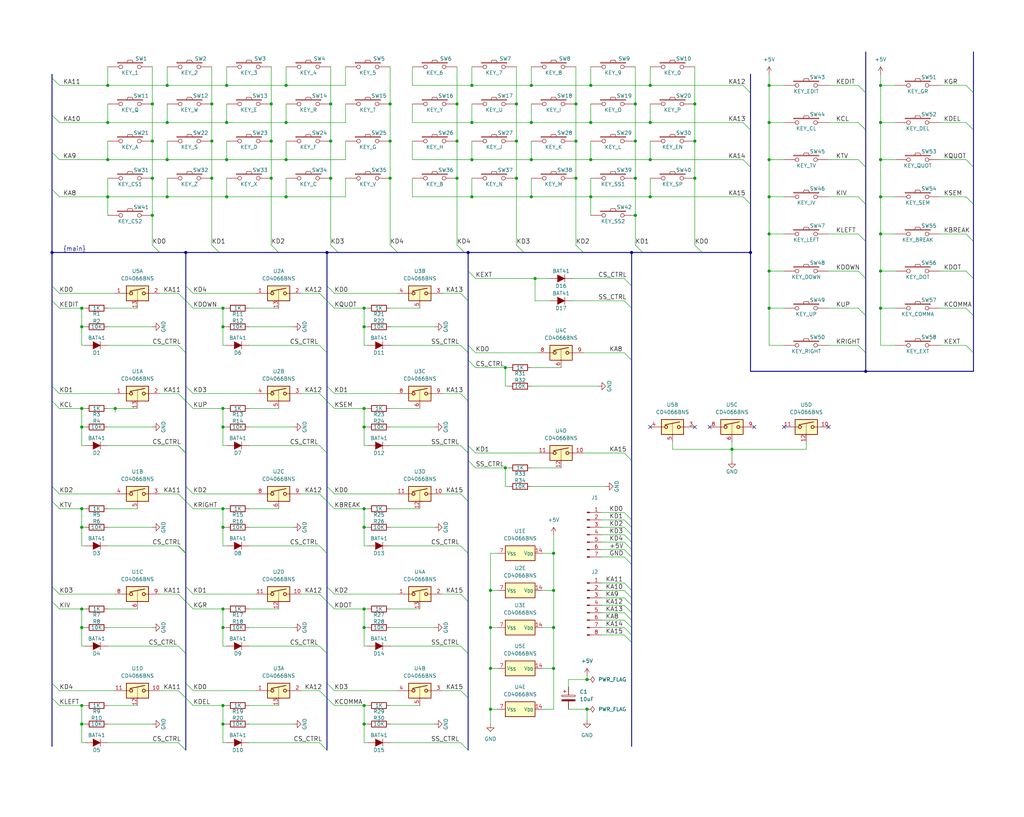
<source format=kicad_sch>
(kicad_sch (version 20230121) (generator eeschema)
  (paper "User" 350.012 279.4)
  (title_block (title "ZX Cherry Keyboard") (date "2024-02-07") (rev "0.1"))
  (bus_alias "main" (members "KD[0..4]" "KA[8..15]" "KEDIT" "KCL" "KTV" "KIV" "KLEFT" "KDOWN" "KUP" "KRIGHT" "KGR" "KDEL" "KQUOT" "KSEM" "KBREAK" "KDOT" "KCOMMA" "KEXT" "CS_CTRL" "SS_CTRL"))
  (junction (at 57.15 41.91))
  (junction (at 262.89 29.21))
  (junction (at 27.94 241.3))
  (junction (at 237.49 35.56))
  (junction (at 52.07 60.96))
  (junction (at 262.89 67.31))
  (junction (at 222.25 67.31))
  (junction (at 300.99 54.61))
  (junction (at 36.83 54.61))
  (junction (at 262.89 105.41))
  (junction (at 167.64 214.63))
  (junction (at 300.99 80.01))
  (junction (at 295.91 127))
  (junction (at 124.46 139.7))
  (junction (at 111.76 86.36))
  (junction (at 52.07 73.66))
  (junction (at 181.61 67.31))
  (junction (at 201.93 29.21))
  (junction (at 217.17 35.56))
  (junction (at 201.93 54.61))
  (junction (at 124.46 111.76))
  (junction (at 262.89 41.91))
  (junction (at 97.79 67.31))
  (junction (at 300.99 67.31))
  (junction (at 156.21 48.26))
  (junction (at 27.94 173.99))
  (junction (at 222.25 54.61))
  (junction (at 262.89 80.01))
  (junction (at 156.21 35.56))
  (junction (at 113.03 35.56))
  (junction (at 36.83 67.31))
  (junction (at 57.15 67.31))
  (junction (at 52.07 35.56))
  (junction (at 76.2 214.63))
  (junction (at 217.17 60.96))
  (junction (at 181.61 54.61))
  (junction (at 124.46 247.65))
  (junction (at 189.23 189.23))
  (junction (at 63.5 86.36))
  (junction (at 196.85 35.56))
  (junction (at 300.99 105.41))
  (junction (at 92.71 35.56))
  (junction (at 76.2 111.76))
  (junction (at 300.99 41.91))
  (junction (at 133.35 35.56))
  (junction (at 237.49 60.96))
  (junction (at 172.72 125.73))
  (junction (at 124.46 105.41))
  (junction (at 189.23 214.63))
  (junction (at 72.39 60.96))
  (junction (at 124.46 241.3))
  (junction (at 76.2 208.28))
  (junction (at 27.94 146.05))
  (junction (at 76.2 247.65))
  (junction (at 161.29 29.21))
  (junction (at 300.99 29.21))
  (junction (at 97.79 29.21))
  (junction (at 17.78 86.36))
  (junction (at 57.15 29.21))
  (junction (at 92.71 60.96))
  (junction (at 36.83 29.21))
  (junction (at 201.93 41.91))
  (junction (at 57.15 54.61))
  (junction (at 27.94 208.28))
  (junction (at 167.64 242.57))
  (junction (at 27.94 214.63))
  (junction (at 72.39 35.56))
  (junction (at 124.46 214.63))
  (junction (at 77.47 54.61))
  (junction (at 201.93 67.31))
  (junction (at 182.88 95.25))
  (junction (at 196.85 48.26))
  (junction (at 76.2 105.41))
  (junction (at 217.17 48.26))
  (junction (at 77.47 41.91))
  (junction (at 196.85 60.96))
  (junction (at 167.64 228.6))
  (junction (at 27.94 139.7))
  (junction (at 222.25 29.21))
  (junction (at 113.03 60.96))
  (junction (at 167.64 201.93))
  (junction (at 77.47 67.31))
  (junction (at 217.17 73.66))
  (junction (at 176.53 60.96))
  (junction (at 72.39 48.26))
  (junction (at 76.2 146.05))
  (junction (at 27.94 247.65))
  (junction (at 92.71 48.26))
  (junction (at 27.94 111.76))
  (junction (at 176.53 48.26))
  (junction (at 161.29 41.91))
  (junction (at 262.89 92.71))
  (junction (at 39.37 139.7))
  (junction (at 27.94 105.41))
  (junction (at 250.19 153.67))
  (junction (at 300.99 92.71))
  (junction (at 77.47 29.21))
  (junction (at 124.46 180.34))
  (junction (at 76.2 241.3))
  (junction (at 262.89 54.61))
  (junction (at 36.83 41.91))
  (junction (at 124.46 208.28))
  (junction (at 237.49 48.26))
  (junction (at 76.2 139.7))
  (junction (at 133.35 60.96))
  (junction (at 97.79 54.61))
  (junction (at 215.9 86.36))
  (junction (at 200.66 242.57))
  (junction (at 161.29 54.61))
  (junction (at 160.02 86.36))
  (junction (at 222.25 41.91))
  (junction (at 76.2 173.99))
  (junction (at 76.2 180.34))
  (junction (at 124.46 146.05))
  (junction (at 200.66 232.41))
  (junction (at 256.54 86.36))
  (junction (at 124.46 173.99))
  (junction (at 113.03 48.26))
  (junction (at 181.61 41.91))
  (junction (at 133.35 48.26))
  (junction (at 97.79 41.91))
  (junction (at 189.23 228.6))
  (junction (at 176.53 35.56))
  (junction (at 172.72 160.02))
  (junction (at 181.61 29.21))
  (junction (at 156.21 60.96))
  (junction (at 189.23 201.93))
  (junction (at 161.29 67.31))
  (junction (at 27.94 180.34))
  (junction (at 52.07 48.26))
  (no_connect (at 242.57 146.05))
  (no_connect (at 222.25 146.05))
  (no_connect (at 237.49 146.05))
  (no_connect (at 267.97 146.05))
  (no_connect (at 283.21 146.05))
  (no_connect (at 257.81 146.05))
  (bus_entry (at 60.96 236.22) (size 2.54 2.54))
  (bus_entry (at 293.37 54.61) (size 2.54 2.54))
  (bus_entry (at 60.96 254) (size 2.54 2.54))
  (bus_entry (at 60.96 186.69) (size 2.54 2.54))
  (bus_entry (at 17.78 205.74) (size 2.54 2.54))
  (bus_entry (at 160.02 118.11) (size 2.54 2.54))
  (bus_entry (at 213.36 177.8) (size 2.54 2.54))
  (bus_entry (at 17.78 166.37) (size 2.54 2.54))
  (bus_entry (at 160.02 157.48) (size 2.54 2.54))
  (bus_entry (at 109.22 152.4) (size 2.54 2.54))
  (bus_entry (at 330.2 80.01) (size 2.54 2.54))
  (bus_entry (at 176.53 83.82) (size 2.54 2.54))
  (bus_entry (at 254 41.91) (size 2.54 2.54))
  (bus_entry (at 63.5 233.68) (size 2.54 2.54))
  (bus_entry (at 111.76 238.76) (size 2.54 2.54))
  (bus_entry (at 109.22 186.69) (size 2.54 2.54))
  (bus_entry (at 160.02 123.19) (size 2.54 2.54))
  (bus_entry (at 213.36 214.63) (size 2.54 2.54))
  (bus_entry (at 17.78 238.76) (size 2.54 2.54))
  (bus_entry (at 157.48 100.33) (size 2.54 2.54))
  (bus_entry (at 157.48 220.98) (size 2.54 2.54))
  (bus_entry (at 330.2 118.11) (size 2.54 2.54))
  (bus_entry (at 330.2 105.41) (size 2.54 2.54))
  (bus_entry (at 254 67.31) (size 2.54 2.54))
  (bus_entry (at 60.96 118.11) (size 2.54 2.54))
  (bus_entry (at 213.36 120.65) (size 2.54 2.54))
  (bus_entry (at 111.76 200.66) (size 2.54 2.54))
  (bus_entry (at 60.96 134.62) (size 2.54 2.54))
  (bus_entry (at 63.5 97.79) (size 2.54 2.54))
  (bus_entry (at 17.78 97.79) (size 2.54 2.54))
  (bus_entry (at 17.78 52.07) (size 2.54 2.54))
  (bus_entry (at 60.96 152.4) (size 2.54 2.54))
  (bus_entry (at 52.07 83.82) (size 2.54 2.54))
  (bus_entry (at 293.37 92.71) (size 2.54 2.54))
  (bus_entry (at 213.36 209.55) (size 2.54 2.54))
  (bus_entry (at 63.5 200.66) (size 2.54 2.54))
  (bus_entry (at 213.36 204.47) (size 2.54 2.54))
  (bus_entry (at 293.37 80.01) (size 2.54 2.54))
  (bus_entry (at 213.36 180.34) (size 2.54 2.54))
  (bus_entry (at 17.78 64.77) (size 2.54 2.54))
  (bus_entry (at 213.36 187.96) (size 2.54 2.54))
  (bus_entry (at 213.36 199.39) (size 2.54 2.54))
  (bus_entry (at 63.5 102.87) (size 2.54 2.54))
  (bus_entry (at 60.96 168.91) (size 2.54 2.54))
  (bus_entry (at 293.37 67.31) (size 2.54 2.54))
  (bus_entry (at 133.35 83.82) (size 2.54 2.54))
  (bus_entry (at 17.78 26.67) (size 2.54 2.54))
  (bus_entry (at 237.49 83.82) (size 2.54 2.54))
  (bus_entry (at 109.22 168.91) (size 2.54 2.54))
  (bus_entry (at 109.22 220.98) (size 2.54 2.54))
  (bus_entry (at 60.96 203.2) (size 2.54 2.54))
  (bus_entry (at 293.37 118.11) (size 2.54 2.54))
  (bus_entry (at 156.21 83.82) (size 2.54 2.54))
  (bus_entry (at 111.76 137.16) (size 2.54 2.54))
  (bus_entry (at 217.17 83.82) (size 2.54 2.54))
  (bus_entry (at 213.36 212.09) (size 2.54 2.54))
  (bus_entry (at 330.2 41.91) (size 2.54 2.54))
  (bus_entry (at 60.96 100.33) (size 2.54 2.54))
  (bus_entry (at 111.76 205.74) (size 2.54 2.54))
  (bus_entry (at 157.48 203.2) (size 2.54 2.54))
  (bus_entry (at 254 54.61) (size 2.54 2.54))
  (bus_entry (at 92.71 83.82) (size 2.54 2.54))
  (bus_entry (at 63.5 137.16) (size 2.54 2.54))
  (bus_entry (at 109.22 134.62) (size 2.54 2.54))
  (bus_entry (at 109.22 236.22) (size 2.54 2.54))
  (bus_entry (at 63.5 238.76) (size 2.54 2.54))
  (bus_entry (at 213.36 154.94) (size 2.54 2.54))
  (bus_entry (at 213.36 182.88) (size 2.54 2.54))
  (bus_entry (at 213.36 102.87) (size 2.54 2.54))
  (bus_entry (at 109.22 118.11) (size 2.54 2.54))
  (bus_entry (at 213.36 185.42) (size 2.54 2.54))
  (bus_entry (at 109.22 203.2) (size 2.54 2.54))
  (bus_entry (at 60.96 152.4) (size 2.54 2.54))
  (bus_entry (at 17.78 102.87) (size 2.54 2.54))
  (bus_entry (at 157.48 254) (size 2.54 2.54))
  (bus_entry (at 72.39 83.82) (size 2.54 2.54))
  (bus_entry (at 17.78 200.66) (size 2.54 2.54))
  (bus_entry (at 109.22 254) (size 2.54 2.54))
  (bus_entry (at 157.48 134.62) (size 2.54 2.54))
  (bus_entry (at 60.96 186.69) (size 2.54 2.54))
  (bus_entry (at 17.78 132.08) (size 2.54 2.54))
  (bus_entry (at 330.2 29.21) (size 2.54 2.54))
  (bus_entry (at 109.22 100.33) (size 2.54 2.54))
  (bus_entry (at 254 29.21) (size 2.54 2.54))
  (bus_entry (at 17.78 233.68) (size 2.54 2.54))
  (bus_entry (at 60.96 186.69) (size 2.54 2.54))
  (bus_entry (at 160.02 152.4) (size 2.54 2.54))
  (bus_entry (at 17.78 137.16) (size 2.54 2.54))
  (bus_entry (at 157.48 236.22) (size 2.54 2.54))
  (bus_entry (at 293.37 105.41) (size 2.54 2.54))
  (bus_entry (at 111.76 97.79) (size 2.54 2.54))
  (bus_entry (at 63.5 171.45) (size 2.54 2.54))
  (bus_entry (at 157.48 152.4) (size 2.54 2.54))
  (bus_entry (at 63.5 205.74) (size 2.54 2.54))
  (bus_entry (at 213.36 95.25) (size 2.54 2.54))
  (bus_entry (at 60.96 220.98) (size 2.54 2.54))
  (bus_entry (at 330.2 92.71) (size 2.54 2.54))
  (bus_entry (at 17.78 171.45) (size 2.54 2.54))
  (bus_entry (at 111.76 171.45) (size 2.54 2.54))
  (bus_entry (at 17.78 39.37) (size 2.54 2.54))
  (bus_entry (at 157.48 118.11) (size 2.54 2.54))
  (bus_entry (at 63.5 132.08) (size 2.54 2.54))
  (bus_entry (at 213.36 175.26) (size 2.54 2.54))
  (bus_entry (at 293.37 29.21) (size 2.54 2.54))
  (bus_entry (at 111.76 102.87) (size 2.54 2.54))
  (bus_entry (at 196.85 83.82) (size 2.54 2.54))
  (bus_entry (at 213.36 201.93) (size 2.54 2.54))
  (bus_entry (at 160.02 92.71) (size 2.54 2.54))
  (bus_entry (at 157.48 168.91) (size 2.54 2.54))
  (bus_entry (at 111.76 233.68) (size 2.54 2.54))
  (bus_entry (at 213.36 190.5) (size 2.54 2.54))
  (bus_entry (at 113.03 83.82) (size 2.54 2.54))
  (bus_entry (at 213.36 207.01) (size 2.54 2.54))
  (bus_entry (at 111.76 166.37) (size 2.54 2.54))
  (bus_entry (at 330.2 67.31) (size 2.54 2.54))
  (bus_entry (at 293.37 41.91) (size 2.54 2.54))
  (bus_entry (at 330.2 54.61) (size 2.54 2.54))
  (bus_entry (at 157.48 186.69) (size 2.54 2.54))
  (bus_entry (at 63.5 166.37) (size 2.54 2.54))
  (bus_entry (at 213.36 217.17) (size 2.54 2.54))
  (bus_entry (at 111.76 132.08) (size 2.54 2.54))
  (bus (pts (xy 295.91 17.78) (xy 295.91 31.75)))
  (wire (pts (xy 54.61 236.22) (xy 60.96 236.22)))
  (wire (pts (xy 133.35 118.11) (xy 157.48 118.11)))
  (wire (pts (xy 57.15 29.21) (xy 77.47 29.21)))
  (wire (pts (xy 85.09 111.76) (xy 100.33 111.76)))
  (wire (pts (xy 205.74 187.96) (xy 213.36 187.96)))
  (wire (pts (xy 76.2 146.05) (xy 77.47 146.05)))
  (wire (pts (xy 124.46 247.65) (xy 124.46 254)))
  (wire (pts (xy 39.37 236.22) (xy 20.32 236.22)))
  (bus (pts (xy 63.5 189.23) (xy 63.5 200.66)))
  (wire (pts (xy 124.46 180.34) (xy 124.46 186.69)))
  (wire (pts (xy 57.15 29.21) (xy 57.15 22.86)))
  (wire (pts (xy 156.21 60.96) (xy 156.21 83.82)))
  (wire (pts (xy 167.64 242.57) (xy 170.18 242.57)))
  (wire (pts (xy 36.83 152.4) (xy 60.96 152.4)))
  (wire (pts (xy 76.2 247.65) (xy 76.2 254)))
  (wire (pts (xy 217.17 22.86) (xy 217.17 35.56)))
  (wire (pts (xy 283.21 41.91) (xy 293.37 41.91)))
  (bus (pts (xy 63.5 238.76) (xy 63.5 256.54)))
  (wire (pts (xy 36.83 60.96) (xy 36.83 67.31)))
  (wire (pts (xy 85.09 118.11) (xy 109.22 118.11)))
  (wire (pts (xy 205.74 204.47) (xy 213.36 204.47)))
  (wire (pts (xy 124.46 111.76) (xy 124.46 118.11)))
  (wire (pts (xy 200.66 242.57) (xy 200.66 246.38)))
  (wire (pts (xy 87.63 203.2) (xy 66.04 203.2)))
  (bus (pts (xy 111.76 120.65) (xy 111.76 132.08)))
  (bus (pts (xy 63.5 233.68) (xy 63.5 238.76)))
  (wire (pts (xy 237.49 60.96) (xy 237.49 83.82)))
  (wire (pts (xy 54.61 168.91) (xy 60.96 168.91)))
  (wire (pts (xy 300.99 92.71) (xy 300.99 105.41)))
  (wire (pts (xy 113.03 48.26) (xy 113.03 60.96)))
  (bus (pts (xy 111.76 233.68) (xy 111.76 238.76)))
  (bus (pts (xy 295.91 31.75) (xy 295.91 44.45)))
  (wire (pts (xy 76.2 214.63) (xy 77.47 214.63)))
  (wire (pts (xy 167.64 242.57) (xy 167.64 247.65)))
  (wire (pts (xy 72.39 60.96) (xy 72.39 83.82)))
  (wire (pts (xy 201.93 29.21) (xy 222.25 29.21)))
  (wire (pts (xy 185.42 228.6) (xy 189.23 228.6)))
  (wire (pts (xy 181.61 41.91) (xy 201.93 41.91)))
  (wire (pts (xy 262.89 29.21) (xy 267.97 29.21)))
  (wire (pts (xy 52.07 35.56) (xy 52.07 48.26)))
  (wire (pts (xy 172.72 132.08) (xy 173.99 132.08)))
  (wire (pts (xy 222.25 67.31) (xy 222.25 60.96)))
  (wire (pts (xy 262.89 118.11) (xy 267.97 118.11)))
  (bus (pts (xy 63.5 137.16) (xy 63.5 154.94)))
  (bus (pts (xy 63.5 97.79) (xy 63.5 102.87)))
  (wire (pts (xy 167.64 214.63) (xy 167.64 228.6)))
  (wire (pts (xy 76.2 173.99) (xy 77.47 173.99)))
  (bus (pts (xy 295.91 82.55) (xy 295.91 95.25)))
  (bus (pts (xy 219.71 86.36) (xy 215.9 86.36)))
  (bus (pts (xy 160.02 102.87) (xy 160.02 118.11)))
  (wire (pts (xy 27.94 111.76) (xy 29.21 111.76)))
  (bus (pts (xy 160.02 152.4) (xy 160.02 154.94)))
  (wire (pts (xy 36.83 111.76) (xy 52.07 111.76)))
  (wire (pts (xy 20.32 29.21) (xy 36.83 29.21)))
  (wire (pts (xy 201.93 41.91) (xy 201.93 35.56)))
  (wire (pts (xy 36.83 105.41) (xy 46.99 105.41)))
  (wire (pts (xy 189.23 228.6) (xy 189.23 242.57)))
  (wire (pts (xy 205.74 185.42) (xy 213.36 185.42)))
  (wire (pts (xy 262.89 92.71) (xy 262.89 105.41)))
  (wire (pts (xy 162.56 95.25) (xy 182.88 95.25)))
  (wire (pts (xy 222.25 29.21) (xy 254 29.21)))
  (wire (pts (xy 113.03 35.56) (xy 113.03 48.26)))
  (bus (pts (xy 215.9 214.63) (xy 215.9 217.17)))
  (wire (pts (xy 85.09 214.63) (xy 100.33 214.63)))
  (bus (pts (xy 332.74 69.85) (xy 332.74 82.55)))
  (bus (pts (xy 332.74 82.55) (xy 332.74 95.25)))
  (bus (pts (xy 256.54 86.36) (xy 256.54 127)))
  (wire (pts (xy 222.25 67.31) (xy 254 67.31)))
  (wire (pts (xy 124.46 220.98) (xy 125.73 220.98)))
  (wire (pts (xy 97.79 54.61) (xy 97.79 48.26)))
  (wire (pts (xy 57.15 54.61) (xy 57.15 48.26)))
  (wire (pts (xy 156.21 22.86) (xy 156.21 35.56)))
  (bus (pts (xy 111.76 86.36) (xy 111.76 97.79)))
  (wire (pts (xy 300.99 29.21) (xy 300.99 41.91)))
  (wire (pts (xy 217.17 73.66) (xy 217.17 83.82)))
  (wire (pts (xy 20.32 173.99) (xy 27.94 173.99)))
  (wire (pts (xy 118.11 41.91) (xy 118.11 35.56)))
  (wire (pts (xy 300.99 92.71) (xy 306.07 92.71)))
  (wire (pts (xy 172.72 125.73) (xy 173.99 125.73)))
  (wire (pts (xy 76.2 208.28) (xy 76.2 214.63)))
  (wire (pts (xy 52.07 73.66) (xy 52.07 83.82)))
  (wire (pts (xy 167.64 201.93) (xy 167.64 214.63)))
  (wire (pts (xy 114.3 134.62) (xy 135.89 134.62)))
  (bus (pts (xy 160.02 86.36) (xy 160.02 92.71)))
  (wire (pts (xy 181.61 54.61) (xy 201.93 54.61)))
  (bus (pts (xy 160.02 154.94) (xy 160.02 157.48)))
  (wire (pts (xy 283.21 118.11) (xy 293.37 118.11)))
  (bus (pts (xy 160.02 205.74) (xy 160.02 223.52)))
  (wire (pts (xy 167.64 214.63) (xy 170.18 214.63)))
  (bus (pts (xy 160.02 120.65) (xy 160.02 123.19)))
  (wire (pts (xy 194.31 242.57) (xy 200.66 242.57)))
  (wire (pts (xy 275.59 151.13) (xy 275.59 153.67)))
  (wire (pts (xy 76.2 139.7) (xy 76.2 146.05)))
  (wire (pts (xy 200.66 231.14) (xy 200.66 232.41)))
  (wire (pts (xy 201.93 60.96) (xy 201.93 67.31)))
  (bus (pts (xy 215.9 212.09) (xy 215.9 214.63)))
  (bus (pts (xy 54.61 86.36) (xy 17.78 86.36)))
  (wire (pts (xy 262.89 80.01) (xy 262.89 92.71)))
  (bus (pts (xy 17.78 64.77) (xy 17.78 86.36)))
  (bus (pts (xy 63.5 86.36) (xy 63.5 97.79)))
  (wire (pts (xy 36.83 220.98) (xy 60.96 220.98)))
  (wire (pts (xy 321.31 105.41) (xy 330.2 105.41)))
  (bus (pts (xy 63.5 223.52) (xy 63.5 233.68)))
  (wire (pts (xy 133.35 22.86) (xy 133.35 35.56)))
  (wire (pts (xy 300.99 54.61) (xy 306.07 54.61)))
  (bus (pts (xy 256.54 86.36) (xy 240.03 86.36)))
  (wire (pts (xy 300.99 29.21) (xy 306.07 29.21)))
  (bus (pts (xy 215.9 180.34) (xy 215.9 182.88)))
  (wire (pts (xy 172.72 160.02) (xy 173.99 160.02)))
  (wire (pts (xy 184.15 120.65) (xy 162.56 120.65)))
  (wire (pts (xy 76.2 146.05) (xy 76.2 152.4)))
  (wire (pts (xy 262.89 25.4) (xy 262.89 29.21)))
  (wire (pts (xy 124.46 146.05) (xy 124.46 152.4)))
  (wire (pts (xy 262.89 54.61) (xy 262.89 67.31)))
  (wire (pts (xy 205.74 182.88) (xy 213.36 182.88)))
  (wire (pts (xy 124.46 111.76) (xy 125.73 111.76)))
  (wire (pts (xy 205.74 212.09) (xy 213.36 212.09)))
  (bus (pts (xy 256.54 57.15) (xy 256.54 69.85)))
  (wire (pts (xy 196.85 22.86) (xy 196.85 35.56)))
  (wire (pts (xy 77.47 29.21) (xy 77.47 22.86)))
  (wire (pts (xy 85.09 139.7) (xy 95.25 139.7)))
  (wire (pts (xy 217.17 48.26) (xy 217.17 60.96)))
  (wire (pts (xy 321.31 67.31) (xy 330.2 67.31)))
  (wire (pts (xy 36.83 67.31) (xy 57.15 67.31)))
  (wire (pts (xy 85.09 105.41) (xy 95.25 105.41)))
  (wire (pts (xy 27.94 152.4) (xy 29.21 152.4)))
  (bus (pts (xy 332.74 120.65) (xy 332.74 127)))
  (wire (pts (xy 140.97 67.31) (xy 161.29 67.31)))
  (wire (pts (xy 262.89 67.31) (xy 262.89 80.01)))
  (wire (pts (xy 195.58 102.87) (xy 213.36 102.87)))
  (bus (pts (xy 295.91 69.85) (xy 295.91 82.55)))
  (wire (pts (xy 114.3 100.33) (xy 135.89 100.33)))
  (bus (pts (xy 332.74 57.15) (xy 332.74 69.85)))
  (wire (pts (xy 151.13 168.91) (xy 157.48 168.91)))
  (wire (pts (xy 27.94 180.34) (xy 27.94 186.69)))
  (bus (pts (xy 17.78 166.37) (xy 17.78 171.45)))
  (wire (pts (xy 20.32 203.2) (xy 39.37 203.2)))
  (wire (pts (xy 283.21 105.41) (xy 293.37 105.41)))
  (wire (pts (xy 205.74 201.93) (xy 213.36 201.93)))
  (wire (pts (xy 300.99 105.41) (xy 306.07 105.41)))
  (wire (pts (xy 133.35 254) (xy 157.48 254)))
  (bus (pts (xy 63.5 120.65) (xy 63.5 132.08)))
  (wire (pts (xy 114.3 139.7) (xy 124.46 139.7)))
  (wire (pts (xy 167.64 201.93) (xy 170.18 201.93)))
  (wire (pts (xy 76.2 241.3) (xy 76.2 247.65)))
  (wire (pts (xy 133.35 186.69) (xy 157.48 186.69)))
  (wire (pts (xy 36.83 35.56) (xy 36.83 41.91)))
  (wire (pts (xy 181.61 160.02) (xy 191.77 160.02)))
  (wire (pts (xy 27.94 118.11) (xy 29.21 118.11)))
  (wire (pts (xy 36.83 54.61) (xy 36.83 48.26)))
  (wire (pts (xy 300.99 67.31) (xy 300.99 80.01)))
  (wire (pts (xy 27.94 173.99) (xy 29.21 173.99)))
  (bus (pts (xy 74.93 86.36) (xy 95.25 86.36)))
  (bus (pts (xy 215.9 123.19) (xy 215.9 157.48)))
  (wire (pts (xy 217.17 35.56) (xy 217.17 48.26)))
  (wire (pts (xy 36.83 247.65) (xy 52.07 247.65)))
  (wire (pts (xy 27.94 254) (xy 29.21 254)))
  (bus (pts (xy 160.02 123.19) (xy 160.02 137.16)))
  (bus (pts (xy 215.9 187.96) (xy 215.9 190.5)))
  (bus (pts (xy 332.74 107.95) (xy 332.74 120.65)))
  (wire (pts (xy 76.2 241.3) (xy 77.47 241.3)))
  (wire (pts (xy 205.74 217.17) (xy 213.36 217.17)))
  (wire (pts (xy 36.83 67.31) (xy 36.83 73.66)))
  (bus (pts (xy 332.74 31.75) (xy 332.74 44.45)))
  (wire (pts (xy 300.99 80.01) (xy 300.99 92.71)))
  (wire (pts (xy 222.25 41.91) (xy 254 41.91)))
  (wire (pts (xy 185.42 242.57) (xy 189.23 242.57)))
  (wire (pts (xy 185.42 189.23) (xy 189.23 189.23)))
  (bus (pts (xy 215.9 201.93) (xy 215.9 204.47)))
  (wire (pts (xy 102.87 203.2) (xy 109.22 203.2)))
  (wire (pts (xy 283.21 92.71) (xy 293.37 92.71)))
  (wire (pts (xy 92.71 22.86) (xy 92.71 35.56)))
  (wire (pts (xy 321.31 41.91) (xy 330.2 41.91)))
  (wire (pts (xy 201.93 67.31) (xy 222.25 67.31)))
  (wire (pts (xy 27.94 220.98) (xy 29.21 220.98)))
  (bus (pts (xy 215.9 105.41) (xy 215.9 123.19)))
  (wire (pts (xy 77.47 54.61) (xy 97.79 54.61)))
  (wire (pts (xy 300.99 41.91) (xy 306.07 41.91)))
  (wire (pts (xy 36.83 208.28) (xy 46.99 208.28)))
  (wire (pts (xy 170.18 189.23) (xy 167.64 189.23)))
  (wire (pts (xy 151.13 203.2) (xy 157.48 203.2)))
  (wire (pts (xy 124.46 139.7) (xy 124.46 146.05)))
  (bus (pts (xy 17.78 233.68) (xy 17.78 238.76)))
  (wire (pts (xy 140.97 35.56) (xy 140.97 41.91)))
  (wire (pts (xy 77.47 67.31) (xy 77.47 60.96)))
  (wire (pts (xy 118.11 54.61) (xy 118.11 48.26)))
  (wire (pts (xy 27.94 146.05) (xy 29.21 146.05)))
  (wire (pts (xy 124.46 173.99) (xy 125.73 173.99)))
  (bus (pts (xy 63.5 102.87) (xy 63.5 120.65)))
  (wire (pts (xy 189.23 201.93) (xy 189.23 214.63)))
  (bus (pts (xy 111.76 171.45) (xy 111.76 189.23)))
  (wire (pts (xy 54.61 134.62) (xy 60.96 134.62)))
  (wire (pts (xy 27.94 208.28) (xy 29.21 208.28)))
  (bus (pts (xy 215.9 86.36) (xy 199.39 86.36)))
  (wire (pts (xy 20.32 67.31) (xy 36.83 67.31)))
  (wire (pts (xy 162.56 160.02) (xy 172.72 160.02)))
  (bus (pts (xy 215.9 157.48) (xy 215.9 177.8)))
  (wire (pts (xy 97.79 67.31) (xy 118.11 67.31)))
  (wire (pts (xy 97.79 54.61) (xy 118.11 54.61)))
  (wire (pts (xy 300.99 118.11) (xy 306.07 118.11)))
  (wire (pts (xy 181.61 54.61) (xy 181.61 48.26)))
  (wire (pts (xy 66.04 134.62) (xy 87.63 134.62)))
  (wire (pts (xy 72.39 35.56) (xy 72.39 48.26)))
  (wire (pts (xy 201.93 67.31) (xy 201.93 73.66)))
  (wire (pts (xy 27.94 139.7) (xy 29.21 139.7)))
  (wire (pts (xy 114.3 168.91) (xy 135.89 168.91)))
  (bus (pts (xy 215.9 185.42) (xy 215.9 187.96)))
  (wire (pts (xy 181.61 132.08) (xy 204.47 132.08)))
  (wire (pts (xy 133.35 60.96) (xy 133.35 83.82)))
  (wire (pts (xy 262.89 54.61) (xy 267.97 54.61)))
  (wire (pts (xy 205.74 190.5) (xy 213.36 190.5)))
  (wire (pts (xy 76.2 111.76) (xy 77.47 111.76)))
  (wire (pts (xy 181.61 67.31) (xy 201.93 67.31)))
  (wire (pts (xy 133.35 247.65) (xy 148.59 247.65)))
  (bus (pts (xy 17.78 137.16) (xy 17.78 166.37)))
  (wire (pts (xy 321.31 92.71) (xy 330.2 92.71)))
  (wire (pts (xy 77.47 54.61) (xy 77.47 48.26)))
  (wire (pts (xy 57.15 67.31) (xy 77.47 67.31)))
  (bus (pts (xy 295.91 127) (xy 332.74 127)))
  (bus (pts (xy 160.02 189.23) (xy 160.02 205.74)))
  (wire (pts (xy 161.29 29.21) (xy 161.29 22.86)))
  (bus (pts (xy 256.54 69.85) (xy 256.54 86.36)))
  (wire (pts (xy 283.21 29.21) (xy 293.37 29.21)))
  (wire (pts (xy 114.3 173.99) (xy 124.46 173.99)))
  (wire (pts (xy 151.13 236.22) (xy 157.48 236.22)))
  (bus (pts (xy 160.02 137.16) (xy 160.02 152.4)))
  (wire (pts (xy 151.13 100.33) (xy 157.48 100.33)))
  (wire (pts (xy 66.04 100.33) (xy 87.63 100.33)))
  (wire (pts (xy 36.83 118.11) (xy 60.96 118.11)))
  (wire (pts (xy 151.13 134.62) (xy 157.48 134.62)))
  (bus (pts (xy 17.78 205.74) (xy 17.78 233.68)))
  (wire (pts (xy 237.49 48.26) (xy 237.49 60.96)))
  (bus (pts (xy 332.74 44.45) (xy 332.74 57.15)))
  (bus (pts (xy 111.76 137.16) (xy 111.76 154.94)))
  (wire (pts (xy 167.64 228.6) (xy 167.64 242.57)))
  (wire (pts (xy 36.83 241.3) (xy 46.99 241.3)))
  (wire (pts (xy 135.89 236.22) (xy 114.3 236.22)))
  (wire (pts (xy 140.97 29.21) (xy 161.29 29.21)))
  (wire (pts (xy 39.37 139.7) (xy 46.99 139.7)))
  (bus (pts (xy 240.03 86.36) (xy 219.71 86.36)))
  (bus (pts (xy 256.54 25.4) (xy 256.54 31.75)))
  (wire (pts (xy 262.89 67.31) (xy 267.97 67.31)))
  (wire (pts (xy 77.47 41.91) (xy 97.79 41.91)))
  (bus (pts (xy 160.02 86.36) (xy 158.75 86.36)))
  (bus (pts (xy 17.78 86.36) (xy 17.78 97.79)))
  (wire (pts (xy 133.35 220.98) (xy 157.48 220.98)))
  (wire (pts (xy 185.42 214.63) (xy 189.23 214.63)))
  (wire (pts (xy 102.87 134.62) (xy 109.22 134.62)))
  (wire (pts (xy 194.31 232.41) (xy 200.66 232.41)))
  (bus (pts (xy 111.76 223.52) (xy 111.76 233.68)))
  (wire (pts (xy 181.61 67.31) (xy 181.61 60.96)))
  (wire (pts (xy 76.2 173.99) (xy 76.2 180.34)))
  (wire (pts (xy 133.35 35.56) (xy 133.35 48.26)))
  (bus (pts (xy 215.9 204.47) (xy 215.9 207.01)))
  (bus (pts (xy 215.9 217.17) (xy 215.9 219.71)))
  (wire (pts (xy 20.32 41.91) (xy 36.83 41.91)))
  (wire (pts (xy 181.61 41.91) (xy 181.61 35.56)))
  (bus (pts (xy 160.02 238.76) (xy 160.02 256.54)))
  (bus (pts (xy 63.5 205.74) (xy 63.5 223.52)))
  (wire (pts (xy 189.23 189.23) (xy 189.23 201.93)))
  (wire (pts (xy 76.2 247.65) (xy 77.47 247.65)))
  (wire (pts (xy 194.31 234.95) (xy 194.31 232.41)))
  (wire (pts (xy 76.2 139.7) (xy 77.47 139.7)))
  (wire (pts (xy 76.2 254) (xy 77.47 254)))
  (wire (pts (xy 76.2 105.41) (xy 76.2 111.76)))
  (bus (pts (xy 215.9 219.71) (xy 215.9 255.27)))
  (bus (pts (xy 111.76 86.36) (xy 115.57 86.36)))
  (wire (pts (xy 54.61 100.33) (xy 60.96 100.33)))
  (wire (pts (xy 176.53 35.56) (xy 176.53 48.26)))
  (bus (pts (xy 17.78 132.08) (xy 17.78 137.16)))
  (bus (pts (xy 215.9 207.01) (xy 215.9 209.55)))
  (wire (pts (xy 54.61 203.2) (xy 60.96 203.2)))
  (wire (pts (xy 140.97 22.86) (xy 140.97 29.21)))
  (bus (pts (xy 111.76 205.74) (xy 111.76 223.52)))
  (wire (pts (xy 140.97 41.91) (xy 161.29 41.91)))
  (bus (pts (xy 332.74 17.78) (xy 332.74 31.75)))
  (wire (pts (xy 66.04 241.3) (xy 76.2 241.3)))
  (wire (pts (xy 85.09 208.28) (xy 95.25 208.28)))
  (bus (pts (xy 111.76 238.76) (xy 111.76 256.54)))
  (wire (pts (xy 172.72 166.37) (xy 173.99 166.37)))
  (wire (pts (xy 77.47 67.31) (xy 97.79 67.31)))
  (wire (pts (xy 85.09 247.65) (xy 100.33 247.65)))
  (bus (pts (xy 256.54 44.45) (xy 256.54 57.15)))
  (wire (pts (xy 124.46 152.4) (xy 125.73 152.4)))
  (bus (pts (xy 215.9 209.55) (xy 215.9 212.09)))
  (wire (pts (xy 133.35 146.05) (xy 148.59 146.05)))
  (wire (pts (xy 283.21 67.31) (xy 293.37 67.31)))
  (wire (pts (xy 85.09 146.05) (xy 100.33 146.05)))
  (bus (pts (xy 17.78 238.76) (xy 17.78 255.27)))
  (wire (pts (xy 229.87 151.13) (xy 229.87 153.67)))
  (wire (pts (xy 27.94 208.28) (xy 27.94 214.63)))
  (wire (pts (xy 161.29 67.31) (xy 181.61 67.31)))
  (wire (pts (xy 36.83 214.63) (xy 52.07 214.63)))
  (bus (pts (xy 295.91 107.95) (xy 295.91 120.65)))
  (wire (pts (xy 262.89 105.41) (xy 262.89 118.11)))
  (wire (pts (xy 118.11 29.21) (xy 118.11 22.86)))
  (wire (pts (xy 172.72 160.02) (xy 172.72 166.37)))
  (wire (pts (xy 97.79 29.21) (xy 97.79 22.86)))
  (wire (pts (xy 205.74 180.34) (xy 213.36 180.34)))
  (bus (pts (xy 199.39 86.36) (xy 179.07 86.36)))
  (bus (pts (xy 215.9 86.36) (xy 215.9 97.79)))
  (bus (pts (xy 160.02 223.52) (xy 160.02 238.76)))
  (wire (pts (xy 161.29 41.91) (xy 161.29 35.56)))
  (wire (pts (xy 36.83 41.91) (xy 57.15 41.91)))
  (wire (pts (xy 161.29 41.91) (xy 181.61 41.91)))
  (bus (pts (xy 215.9 190.5) (xy 215.9 193.04)))
  (bus (pts (xy 17.78 102.87) (xy 17.78 132.08)))
  (wire (pts (xy 262.89 92.71) (xy 267.97 92.71)))
  (wire (pts (xy 76.2 214.63) (xy 76.2 220.98)))
  (wire (pts (xy 222.25 54.61) (xy 254 54.61)))
  (bus (pts (xy 215.9 193.04) (xy 215.9 201.93)))
  (wire (pts (xy 76.2 220.98) (xy 77.47 220.98)))
  (wire (pts (xy 321.31 118.11) (xy 330.2 118.11)))
  (wire (pts (xy 156.21 48.26) (xy 156.21 60.96)))
  (wire (pts (xy 20.32 208.28) (xy 27.94 208.28)))
  (bus (pts (xy 63.5 200.66) (xy 63.5 205.74)))
  (wire (pts (xy 161.29 29.21) (xy 181.61 29.21)))
  (bus (pts (xy 17.78 200.66) (xy 17.78 205.74)))
  (wire (pts (xy 76.2 186.69) (xy 77.47 186.69)))
  (wire (pts (xy 195.58 95.25) (xy 213.36 95.25)))
  (wire (pts (xy 36.83 186.69) (xy 60.96 186.69)))
  (wire (pts (xy 124.46 186.69) (xy 125.73 186.69)))
  (wire (pts (xy 27.94 105.41) (xy 29.21 105.41)))
  (wire (pts (xy 161.29 67.31) (xy 161.29 60.96)))
  (wire (pts (xy 77.47 29.21) (xy 97.79 29.21)))
  (wire (pts (xy 133.35 48.26) (xy 133.35 60.96)))
  (bus (pts (xy 17.78 39.37) (xy 17.78 52.07)))
  (wire (pts (xy 66.04 208.28) (xy 76.2 208.28)))
  (wire (pts (xy 135.89 203.2) (xy 114.3 203.2)))
  (wire (pts (xy 300.99 41.91) (xy 300.99 54.61)))
  (wire (pts (xy 118.11 67.31) (xy 118.11 60.96)))
  (wire (pts (xy 205.74 199.39) (xy 213.36 199.39)))
  (wire (pts (xy 250.19 151.13) (xy 250.19 153.67)))
  (wire (pts (xy 300.99 25.4) (xy 300.99 29.21)))
  (bus (pts (xy 17.78 52.07) (xy 17.78 64.77)))
  (wire (pts (xy 176.53 22.86) (xy 176.53 35.56)))
  (wire (pts (xy 27.94 214.63) (xy 29.21 214.63)))
  (wire (pts (xy 66.04 168.91) (xy 87.63 168.91)))
  (wire (pts (xy 72.39 22.86) (xy 72.39 35.56)))
  (wire (pts (xy 205.74 209.55) (xy 213.36 209.55)))
  (bus (pts (xy 160.02 118.11) (xy 160.02 120.65)))
  (wire (pts (xy 57.15 41.91) (xy 57.15 35.56)))
  (bus (pts (xy 215.9 182.88) (xy 215.9 185.42)))
  (wire (pts (xy 27.94 247.65) (xy 29.21 247.65)))
  (wire (pts (xy 97.79 41.91) (xy 118.11 41.91)))
  (wire (pts (xy 97.79 67.31) (xy 97.79 60.96)))
  (wire (pts (xy 184.15 154.94) (xy 162.56 154.94)))
  (wire (pts (xy 102.87 168.91) (xy 109.22 168.91)))
  (bus (pts (xy 215.9 177.8) (xy 215.9 180.34)))
  (wire (pts (xy 27.94 214.63) (xy 27.94 220.98)))
  (wire (pts (xy 20.32 139.7) (xy 27.94 139.7)))
  (bus (pts (xy 295.91 44.45) (xy 295.91 57.15)))
  (bus (pts (xy 160.02 171.45) (xy 160.02 189.23)))
  (wire (pts (xy 114.3 105.41) (xy 124.46 105.41)))
  (bus (pts (xy 111.76 97.79) (xy 111.76 102.87)))
  (bus (pts (xy 111.76 102.87) (xy 111.76 120.65)))
  (wire (pts (xy 124.46 214.63) (xy 125.73 214.63)))
  (wire (pts (xy 36.83 22.86) (xy 36.83 29.21)))
  (wire (pts (xy 102.87 236.22) (xy 109.22 236.22)))
  (wire (pts (xy 156.21 35.56) (xy 156.21 48.26)))
  (wire (pts (xy 85.09 254) (xy 109.22 254)))
  (bus (pts (xy 95.25 86.36) (xy 111.76 86.36)))
  (wire (pts (xy 113.03 60.96) (xy 113.03 83.82)))
  (wire (pts (xy 85.09 186.69) (xy 109.22 186.69)))
  (wire (pts (xy 300.99 80.01) (xy 306.07 80.01)))
  (wire (pts (xy 39.37 100.33) (xy 20.32 100.33)))
  (wire (pts (xy 124.46 214.63) (xy 124.46 220.98)))
  (wire (pts (xy 52.07 60.96) (xy 52.07 73.66)))
  (wire (pts (xy 85.09 241.3) (xy 95.25 241.3)))
  (wire (pts (xy 57.15 67.31) (xy 57.15 60.96)))
  (wire (pts (xy 133.35 139.7) (xy 143.51 139.7)))
  (wire (pts (xy 97.79 41.91) (xy 97.79 35.56)))
  (wire (pts (xy 114.3 208.28) (xy 124.46 208.28)))
  (wire (pts (xy 27.94 173.99) (xy 27.94 180.34)))
  (wire (pts (xy 222.25 29.21) (xy 222.25 22.86)))
  (wire (pts (xy 27.94 105.41) (xy 27.94 111.76)))
  (wire (pts (xy 124.46 241.3) (xy 124.46 247.65)))
  (wire (pts (xy 124.46 180.34) (xy 125.73 180.34)))
  (wire (pts (xy 172.72 125.73) (xy 172.72 132.08)))
  (wire (pts (xy 20.32 54.61) (xy 36.83 54.61)))
  (wire (pts (xy 76.2 152.4) (xy 77.47 152.4)))
  (wire (pts (xy 133.35 241.3) (xy 143.51 241.3)))
  (wire (pts (xy 85.09 152.4) (xy 109.22 152.4)))
  (wire (pts (xy 250.19 153.67) (xy 250.19 157.48)))
  (wire (pts (xy 66.04 139.7) (xy 76.2 139.7)))
  (wire (pts (xy 140.97 48.26) (xy 140.97 54.61)))
  (bus (pts (xy 54.61 86.36) (xy 63.5 86.36)))
  (wire (pts (xy 133.35 180.34) (xy 148.59 180.34)))
  (bus (pts (xy 17.78 97.79) (xy 17.78 102.87)))
  (wire (pts (xy 124.46 118.11) (xy 125.73 118.11)))
  (wire (pts (xy 189.23 182.88) (xy 189.23 189.23)))
  (wire (pts (xy 27.94 111.76) (xy 27.94 118.11)))
  (wire (pts (xy 27.94 180.34) (xy 29.21 180.34)))
  (wire (pts (xy 113.03 22.86) (xy 113.03 35.56)))
  (wire (pts (xy 39.37 168.91) (xy 20.32 168.91)))
  (wire (pts (xy 114.3 241.3) (xy 124.46 241.3)))
  (wire (pts (xy 250.19 153.67) (xy 275.59 153.67)))
  (wire (pts (xy 222.25 41.91) (xy 222.25 35.56)))
  (wire (pts (xy 133.35 111.76) (xy 148.59 111.76)))
  (bus (pts (xy 332.74 95.25) (xy 332.74 107.95)))
  (bus (pts (xy 160.02 157.48) (xy 160.02 171.45)))
  (wire (pts (xy 85.09 220.98) (xy 109.22 220.98)))
  (wire (pts (xy 181.61 29.21) (xy 201.93 29.21)))
  (wire (pts (xy 217.17 60.96) (xy 217.17 73.66)))
  (wire (pts (xy 176.53 48.26) (xy 176.53 60.96)))
  (bus (pts (xy 135.89 86.36) (xy 158.75 86.36)))
  (wire (pts (xy 124.46 146.05) (xy 125.73 146.05)))
  (wire (pts (xy 300.99 54.61) (xy 300.99 67.31)))
  (wire (pts (xy 36.83 254) (xy 60.96 254)))
  (wire (pts (xy 124.46 208.28) (xy 124.46 214.63)))
  (wire (pts (xy 140.97 60.96) (xy 140.97 67.31)))
  (wire (pts (xy 201.93 54.61) (xy 222.25 54.61)))
  (wire (pts (xy 196.85 35.56) (xy 196.85 48.26)))
  (wire (pts (xy 237.49 22.86) (xy 237.49 35.56)))
  (wire (pts (xy 36.83 146.05) (xy 52.07 146.05)))
  (wire (pts (xy 76.2 180.34) (xy 76.2 186.69)))
  (bus (pts (xy 295.91 120.65) (xy 295.91 127)))
  (wire (pts (xy 27.94 139.7) (xy 27.94 146.05)))
  (wire (pts (xy 76.2 105.41) (xy 77.47 105.41)))
  (wire (pts (xy 201.93 54.61) (xy 201.93 48.26)))
  (wire (pts (xy 196.85 60.96) (xy 196.85 83.82)))
  (wire (pts (xy 199.39 154.94) (xy 213.36 154.94)))
  (wire (pts (xy 27.94 146.05) (xy 27.94 152.4)))
  (wire (pts (xy 283.21 80.01) (xy 293.37 80.01)))
  (wire (pts (xy 76.2 180.34) (xy 77.47 180.34)))
  (wire (pts (xy 39.37 134.62) (xy 20.32 134.62)))
  (wire (pts (xy 205.74 214.63) (xy 213.36 214.63)))
  (bus (pts (xy 17.78 25.4) (xy 17.78 26.67)))
  (wire (pts (xy 92.71 48.26) (xy 92.71 60.96)))
  (bus (pts (xy 135.89 86.36) (xy 115.57 86.36)))
  (wire (pts (xy 185.42 201.93) (xy 189.23 201.93)))
  (bus (pts (xy 256.54 127) (xy 295.91 127)))
  (wire (pts (xy 36.83 54.61) (xy 57.15 54.61)))
  (wire (pts (xy 76.2 111.76) (xy 76.2 118.11)))
  (wire (pts (xy 222.25 54.61) (xy 222.25 48.26)))
  (bus (pts (xy 111.76 189.23) (xy 111.76 200.66)))
  (wire (pts (xy 124.46 173.99) (xy 124.46 180.34)))
  (wire (pts (xy 205.74 175.26) (xy 213.36 175.26)))
  (wire (pts (xy 66.04 105.41) (xy 76.2 105.41)))
  (wire (pts (xy 124.46 254) (xy 125.73 254)))
  (wire (pts (xy 161.29 54.61) (xy 181.61 54.61)))
  (wire (pts (xy 27.94 247.65) (xy 27.94 254)))
  (wire (pts (xy 76.2 118.11) (xy 77.47 118.11)))
  (wire (pts (xy 36.83 29.21) (xy 57.15 29.21)))
  (wire (pts (xy 97.79 29.21) (xy 118.11 29.21)))
  (wire (pts (xy 189.23 214.63) (xy 189.23 228.6)))
  (wire (pts (xy 52.07 22.86) (xy 52.07 35.56)))
  (wire (pts (xy 133.35 214.63) (xy 148.59 214.63)))
  (bus (pts (xy 63.5 132.08) (xy 63.5 137.16)))
  (bus (pts (xy 295.91 95.25) (xy 295.91 107.95)))
  (wire (pts (xy 283.21 54.61) (xy 293.37 54.61)))
  (wire (pts (xy 36.83 173.99) (xy 46.99 173.99)))
  (bus (pts (xy 111.76 200.66) (xy 111.76 205.74)))
  (wire (pts (xy 124.46 105.41) (xy 124.46 111.76)))
  (wire (pts (xy 66.04 173.99) (xy 76.2 173.99)))
  (bus (pts (xy 256.54 31.75) (xy 256.54 44.45)))
  (wire (pts (xy 124.46 247.65) (xy 125.73 247.65)))
  (bus (pts (xy 111.76 132.08) (xy 111.76 137.16)))
  (wire (pts (xy 36.83 180.34) (xy 52.07 180.34)))
  (wire (pts (xy 27.94 241.3) (xy 27.94 247.65)))
  (wire (pts (xy 182.88 95.25) (xy 182.88 102.87)))
  (wire (pts (xy 124.46 241.3) (xy 125.73 241.3)))
  (bus (pts (xy 17.78 171.45) (xy 17.78 200.66)))
  (wire (pts (xy 124.46 105.41) (xy 125.73 105.41)))
  (wire (pts (xy 36.83 139.7) (xy 39.37 139.7)))
  (wire (pts (xy 133.35 208.28) (xy 143.51 208.28)))
  (wire (pts (xy 161.29 54.61) (xy 161.29 48.26)))
  (wire (pts (xy 196.85 48.26) (xy 196.85 60.96)))
  (wire (pts (xy 201.93 41.91) (xy 222.25 41.91)))
  (wire (pts (xy 39.37 139.7) (xy 39.37 140.97)))
  (wire (pts (xy 52.07 48.26) (xy 52.07 60.96)))
  (wire (pts (xy 262.89 80.01) (xy 267.97 80.01)))
  (wire (pts (xy 85.09 180.34) (xy 100.33 180.34)))
  (wire (pts (xy 181.61 166.37) (xy 207.01 166.37)))
  (wire (pts (xy 92.71 60.96) (xy 92.71 83.82)))
  (wire (pts (xy 262.89 41.91) (xy 262.89 54.61)))
  (wire (pts (xy 205.74 177.8) (xy 213.36 177.8)))
  (wire (pts (xy 87.63 236.22) (xy 66.04 236.22)))
  (wire (pts (xy 133.35 152.4) (xy 157.48 152.4)))
  (wire (pts (xy 262.89 105.41) (xy 267.97 105.41)))
  (wire (pts (xy 162.56 125.73) (xy 172.72 125.73)))
  (wire (pts (xy 27.94 241.3) (xy 29.21 241.3)))
  (wire (pts (xy 182.88 95.25) (xy 187.96 95.25)))
  (wire (pts (xy 181.61 29.21) (xy 181.61 22.86)))
  (wire (pts (xy 140.97 54.61) (xy 161.29 54.61)))
  (bus (pts (xy 17.78 26.67) (xy 17.78 39.37)))
  (wire (pts (xy 205.74 207.01) (xy 213.36 207.01)))
  (wire (pts (xy 27.94 186.69) (xy 29.21 186.69)))
  (wire (pts (xy 92.71 35.56) (xy 92.71 48.26)))
  (wire (pts (xy 77.47 41.91) (xy 77.47 35.56)))
  (wire (pts (xy 181.61 125.73) (xy 191.77 125.73)))
  (wire (pts (xy 20.32 105.41) (xy 27.94 105.41)))
  (bus (pts (xy 111.76 154.94) (xy 111.76 166.37)))
  (wire (pts (xy 321.31 80.01) (xy 330.2 80.01)))
  (bus (pts (xy 295.91 57.15) (xy 295.91 69.85)))
  (wire (pts (xy 167.64 228.6) (xy 170.18 228.6)))
  (wire (pts (xy 102.87 100.33) (xy 109.22 100.33)))
  (bus (pts (xy 160.02 92.71) (xy 160.02 102.87)))
  (wire (pts (xy 182.88 102.87) (xy 187.96 102.87)))
  (bus (pts (xy 63.5 166.37) (xy 63.5 171.45)))
  (bus (pts (xy 215.9 97.79) (xy 215.9 105.41)))
  (wire (pts (xy 300.99 105.41) (xy 300.99 118.11)))
  (wire (pts (xy 72.39 48.26) (xy 72.39 60.96)))
  (wire (pts (xy 133.35 105.41) (xy 143.51 105.41)))
  (wire (pts (xy 57.15 41.91) (xy 77.47 41.91)))
  (wire (pts (xy 57.15 54.61) (xy 77.47 54.61)))
  (wire (pts (xy 262.89 41.91) (xy 267.97 41.91)))
  (wire (pts (xy 133.35 173.99) (xy 143.51 173.99)))
  (wire (pts (xy 124.46 139.7) (xy 125.73 139.7)))
  (wire (pts (xy 76.2 208.28) (xy 77.47 208.28)))
  (wire (pts (xy 229.87 153.67) (xy 250.19 153.67)))
  (wire (pts (xy 201.93 29.21) (xy 201.93 22.86)))
  (bus (pts (xy 63.5 154.94) (xy 63.5 166.37)))
  (wire (pts (xy 262.89 29.21) (xy 262.89 41.91)))
  (wire (pts (xy 20.32 241.3) (xy 27.94 241.3)))
  (wire (pts (xy 124.46 208.28) (xy 125.73 208.28)))
  (wire (pts (xy 300.99 67.31) (xy 306.07 67.31)))
  (wire (pts (xy 176.53 60.96) (xy 176.53 83.82)))
  (bus (pts (xy 63.5 171.45) (xy 63.5 189.23)))
  (wire (pts (xy 199.39 120.65) (xy 213.36 120.65)))
  (bus (pts (xy 179.07 86.36) (xy 160.02 86.36)))
  (wire (pts (xy 321.31 54.61) (xy 330.2 54.61)))
  (wire (pts (xy 167.64 189.23) (xy 167.64 201.93)))
  (bus (pts (xy 111.76 166.37) (xy 111.76 171.45)))
  (wire (pts (xy 321.31 29.21) (xy 330.2 29.21)))
  (bus (pts (xy 63.5 86.36) (xy 74.93 86.36)))
  (wire (pts (xy 85.09 173.99) (xy 95.25 173.99)))
  (wire (pts (xy 237.49 35.56) (xy 237.49 48.26)))
  (label "KD3" (at 114.3 236.22 0) (effects (font (size 1.524 1.524))))
  (label "CS_CTRL" (at 52.07 118.11 0) (effects (font (size 1.524 1.524))))
  (label "KD1" (at 208.28 177.8 0) (effects (font (size 1.524 1.524))))
  (label "KD3" (at 113.03 83.82 0) (effects (font (size 1.524 1.524))))
  (label "KGR" (at 66.04 208.28 0) (effects (font (size 1.524 1.524))))
  (label "KD2" (at 20.32 168.91 0) (effects (font (size 1.524 1.524))))
  (label "KDOT" (at 114.3 208.28 0) (effects (font (size 1.524 1.524))))
  (label "KCL" (at 20.32 139.7 0) (effects (font (size 1.524 1.524))))
  (label "KDOWN" (at 66.04 105.41 0) (effects (font (size 1.524 1.524))))
  (label "CS_CTRL" (at 99.06 152.4 0) (effects (font (size 1.524 1.524))))
  (label "KA13" (at 207.01 209.55 0) (effects (font (size 1.524 1.524))))
  (label "KA11" (at 207.01 199.39 0) (effects (font (size 1.524 1.524))))
  (label "KA14" (at 207.01 214.63 0) (effects (font (size 1.524 1.524))))
  (label "CS_CTRL" (at 147.32 186.69 0) (effects (font (size 1.524 1.524))))
  (label "KDEL" (at 322.58 41.91 0) (effects (font (size 1.524 1.524))))
  (label "KA10" (at 207.01 201.93 0) (effects (font (size 1.524 1.524))))
  (label "KD0" (at 114.3 168.91 0) (effects (font (size 1.524 1.524))))
  (label "KUP" (at 66.04 139.7 0) (effects (font (size 1.524 1.524))))
  (label "GND" (at 208.28 190.5 0) (effects (font (size 1.524 1.524))))
  (label "KD1" (at 20.32 134.62 0) (effects (font (size 1.524 1.524))))
  (label "KA10" (at 21.59 41.91 0) (effects (font (size 1.524 1.524))))
  (label "KUP" (at 285.75 105.41 0) (effects (font (size 1.524 1.524))))
  (label "KRIGHT" (at 66.04 173.99 0) (effects (font (size 1.524 1.524))))
  (label "KD2" (at 92.71 83.82 0) (effects (font (size 1.524 1.524))))
  (label "KA15" (at 152.4 203.2 0) (effects (font (size 1.524 1.524))))
  (label "+5V" (at 208.28 187.96 0) (effects (font (size 1.524 1.524))))
  (label "CS_CTRL" (at 52.07 254 0) (effects (font (size 1.524 1.524))))
  (label "KCOMMA" (at 322.58 105.41 0) (effects (font (size 1.524 1.524))))
  (label "KA13" (at 248.92 41.91 0) (effects (font (size 1.524 1.524))))
  (label "KA8" (at 207.01 212.09 0) (effects (font (size 1.524 1.524))))
  (label "SS_CTRL" (at 162.56 160.02 0) (effects (font (size 1.524 1.524))))
  (label "KQUOT" (at 114.3 105.41 0) (effects (font (size 1.524 1.524))))
  (label "KTV" (at 20.32 173.99 0) (effects (font (size 1.524 1.524))))
  (label "KCL" (at 285.75 41.91 0) (effects (font (size 1.524 1.524))))
  (label "SS_CTRL" (at 147.32 118.11 0) (effects (font (size 1.524 1.524))))
  (label "KD4" (at 156.21 83.82 0) (effects (font (size 1.524 1.524))))
  (label "KEXT" (at 322.58 118.11 0) (effects (font (size 1.524 1.524))))
  (label "KEXT" (at 162.56 95.25 0) (effects (font (size 1.524 1.524))))
  (label "KEDIT" (at 20.32 105.41 0) (effects (font (size 1.524 1.524))))
  (label "KQUOT" (at 322.58 54.61 0) (effects (font (size 1.524 1.524))))
  (label "KA14" (at 248.92 54.61 0) (effects (font (size 1.524 1.524))))
  (label "KD1" (at 72.39 83.82 0) (effects (font (size 1.524 1.524))))
  (label "KA11" (at 55.88 168.91 0) (effects (font (size 1.524 1.524))))
  (label "KBREAK" (at 322.58 80.01 0) (effects (font (size 1.524 1.524))))
  (label "CS_CTRL" (at 99.06 118.11 0) (effects (font (size 1.524 1.524))))
  (label "KA15" (at 208.28 154.94 0) (effects (font (size 1.524 1.524))))
  (label "KA15" (at 248.92 67.31 0) (effects (font (size 1.524 1.524))))
  (label "KA8" (at 21.59 67.31 0) (effects (font (size 1.524 1.524))))
  (label "KD0" (at 114.3 100.33 0) (effects (font (size 1.524 1.524))))
  (label "KD2" (at 208.28 180.34 0) (effects (font (size 1.524 1.524))))
  (label "KSEM" (at 114.3 139.7 0) (effects (font (size 1.524 1.524))))
  (label "KDOT" (at 322.58 92.71 0) (effects (font (size 1.524 1.524))))
  (label "KD0" (at 20.32 100.33 0) (effects (font (size 1.524 1.524))))
  (label "KBREAK" (at 114.3 173.99 0) (effects (font (size 1.524 1.524))))
  (label "CS_CTRL" (at 204.47 95.25 0) (effects (font (size 1.524 1.524))))
  (label "KA11" (at 55.88 134.62 0) (effects (font (size 1.524 1.524))))
  (label "KA9" (at 21.59 54.61 0) (effects (font (size 1.524 1.524))))
  (label "CS_CTRL" (at 50.8 220.98 0) (effects (font (size 1.524 1.524))))
  (label "CS_CTRL" (at 52.07 186.69 0) (effects (font (size 1.524 1.524))))
  (label "KA13" (at 152.4 100.33 0) (effects (font (size 1.524 1.524))))
  (label "KA12" (at 104.14 100.33 0) (effects (font (size 1.524 1.524))))
  (label "KA12" (at 104.14 236.22 0) (effects (font (size 1.524 1.524))))
  (label "CS_CTRL" (at 99.06 186.69 0) (effects (font (size 1.524 1.524))))
  (label "KD3" (at 66.04 134.62 0) (effects (font (size 1.524 1.524))))
  (label "KA12" (at 104.14 203.2 0) (effects (font (size 1.524 1.524))))
  (label "CS_CTRL" (at 162.56 125.73 0) (effects (font (size 1.524 1.524))))
  (label "KD1" (at 66.04 203.2 0) (effects (font (size 1.524 1.524))))
  (label "KD1" (at 217.17 83.82 0) (effects (font (size 1.524 1.524))))
  (label "KD3" (at 176.53 83.82 0) (effects (font (size 1.524 1.524))))
  (label "KIV" (at 285.75 67.31 0) (effects (font (size 1.524 1.524))))
  (label "KLEFT" (at 285.75 80.01 0) (effects (font (size 1.524 1.524))))
  (label "KD4" (at 20.32 236.22 0) (effects (font (size 1.524 1.524))))
  (label "KA8" (at 208.28 120.65 0) (effects (font (size 1.524 1.524))))
  (label "KD2" (at 196.85 83.82 0) (effects (font (size 1.524 1.524))))
  (label "KD2" (at 114.3 203.2 0) (effects (font (size 1.524 1.524))))
  (label "KD0" (at 66.04 236.22 0) (effects (font (size 1.524 1.524))))
  (label "KD0" (at 208.28 175.26 0) (effects (font (size 1.524 1.524))))
  (label "CS_CTRL" (at 99.06 220.98 0) (effects (font (size 1.524 1.524))))
  (label "KD1" (at 162.56 154.94 0) (effects (font (size 1.524 1.524))))
  (label "KA9" (at 207.01 204.47 0) (effects (font (size 1.524 1.524))))
  (label "SS_CTRL" (at 204.47 102.87 0) (effects (font (size 1.524 1.524))))
  (label "KEDIT" (at 285.75 29.21 0) (effects (font (size 1.524 1.524))))
  (label "KA11" (at 55.88 100.33 0) (effects (font (size 1.524 1.524))))
  (label "KA15" (at 207.01 217.17 0) (effects (font (size 1.524 1.524))))
  (label "CS_CTRL" (at 100.33 254 0) (effects (font (size 1.524 1.524))))
  (label "SS_CTRL" (at 147.32 254 0) (effects (font (size 1.524 1.524))))
  (label "KA12" (at 104.14 134.62 0) (effects (font (size 1.524 1.524))))
  (label "KD2" (at 66.04 168.91 0) (effects (font (size 1.524 1.524))))
  (label "KGR" (at 322.58 29.21 0) (effects (font (size 1.524 1.524))))
  (label "KA12" (at 248.92 29.21 0) (effects (font (size 1.524 1.524))))
  (label "KD4" (at 208.28 185.42 0) (effects (font (size 1.524 1.524))))
  (label "KD0" (at 52.07 83.82 0) (effects (font (size 1.524 1.524))))
  (label "KA12" (at 104.14 168.91 0) (effects (font (size 1.524 1.524))))
  (label "KLEFT" (at 20.32 241.3 0) (effects (font (size 1.524 1.524))))
  (label "KCOMMA" (at 114.3 241.3 0) (effects (font (size 1.524 1.524))))
  (label "KD0" (at 237.49 83.82 0) (effects (font (size 1.524 1.524))))
  (label "KA11" (at 21.59 29.21 0) (effects (font (size 1.524 1.524))))
  (label "KDOWN" (at 285.75 92.71 0) (effects (font (size 1.524 1.524))))
  (label "KIV" (at 20.32 208.28 0) (effects (font (size 1.524 1.524))))
  (label "SS_CTRL" (at 147.32 152.4 0) (effects (font (size 1.524 1.524))))
  (label "KA11" (at 55.88 236.22 0) (effects (font (size 1.524 1.524))))
  (label "KD3" (at 20.32 203.2 0) (effects (font (size 1.524 1.524))))
  (label "KD4" (at 133.35 83.82 0) (effects (font (size 1.524 1.524))))
  (label "KA15" (at 152.4 236.22 0) (effects (font (size 1.524 1.524))))
  (label "SS_CTRL" (at 147.32 220.98 0) (effects (font (size 1.524 1.524))))
  (label "KA11" (at 55.88 203.2 0) (effects (font (size 1.524 1.524))))
  (label "KD3" (at 208.28 182.88 0) (effects (font (size 1.524 1.524))))
  (label "KA15" (at 152.4 168.91 0) (effects (font (size 1.524 1.524))))
  (label "KD0" (at 162.56 120.65 0) (effects (font (size 1.524 1.524))))
  (label "KDEL" (at 66.04 241.3 0) (effects (font (size 1.524 1.524))))
  (label "KTV" (at 285.75 54.61 0) (effects (font (size 1.524 1.524))))
  (label "KD1" (at 114.3 134.62 0) (effects (font (size 1.524 1.524))))
  (label "KA12" (at 207.01 207.01 0) (effects (font (size 1.524 1.524))))
  (label "{main}" (at 21.59 86.36 0) (effects (font (size 1.524 1.524))))
  (label "KA13" (at 152.4 134.62 0) (effects (font (size 1.524 1.524))))
  (label "KSEM" (at 322.58 67.31 0) (effects (font (size 1.524 1.524))))
  (label "KD4" (at 66.04 100.33 0) (effects (font (size 1.524 1.524))))
  (label "CS_CTRL" (at 52.07 152.4 0) (effects (font (size 1.524 1.524))))
  (label "KRIGHT" (at 285.75 118.11 0) (effects (font (size 1.524 1.524))))
  (symbol (lib_id "zx_cherry_keyboard:SW_PUSH") (at 44.45 22.86 0) (unit 1)
    (property "Reference" "SW1" (at 48.26 20.066 0))
    (property "Value" "KEY_1" (at 44.45 24.892 0))
    (property "Footprint" "Button_Switch_Keyboard:SW_Cherry_MX_1.00u_Plate" (effects hide))
  )
  (symbol (lib_id "zx_cherry_keyboard:SW_PUSH") (at 44.45 35.56 0) (unit 1)
    (property "Reference" "SW11" (at 48.26 32.766 0))
    (property "Value" "KEY_Q" (at 44.45 37.592 0))
    (property "Footprint" "Button_Switch_Keyboard:SW_Cherry_MX_1.00u_Plate" (effects hide))
  )
  (symbol (lib_id "zx_cherry_keyboard:SW_PUSH") (at 44.45 48.26 0) (unit 1)
    (property "Reference" "SW21" (at 48.26 45.466 0))
    (property "Value" "KEY_A" (at 44.45 50.292 0))
    (property "Footprint" "Button_Switch_Keyboard:SW_Cherry_MX_1.00u_Plate" (effects hide))
  )
  (symbol (lib_id "zx_cherry_keyboard:SW_PUSH") (at 44.45 60.96 0) (unit 1)
    (property "Reference" "SW31" (at 48.26 58.166 0))
    (property "Value" "KEY_CS1" (at 44.45 62.992 0))
    (property "Footprint" "Button_Switch_Keyboard:SW_Cherry_MX_1.00u_Plate" (effects hide))
  )
  (symbol (lib_id "zx_cherry_keyboard:SW_PUSH") (at 64.77 22.86 0) (unit 1)
    (property "Reference" "SW2" (at 68.58 20.066 0))
    (property "Value" "KEY_2" (at 64.77 24.892 0))
    (property "Footprint" "Button_Switch_Keyboard:SW_Cherry_MX_1.00u_Plate" (effects hide))
  )
  (symbol (lib_id "zx_cherry_keyboard:SW_PUSH") (at 64.77 35.56 0) (unit 1)
    (property "Reference" "SW12" (at 68.58 32.766 0))
    (property "Value" "KEY_W" (at 64.77 37.592 0))
    (property "Footprint" "Button_Switch_Keyboard:SW_Cherry_MX_1.00u_Plate" (effects hide))
  )
  (symbol (lib_id "zx_cherry_keyboard:SW_PUSH") (at 64.77 48.26 0) (unit 1)
    (property "Reference" "SW22" (at 68.58 45.466 0))
    (property "Value" "KEY_S" (at 64.77 50.292 0))
    (property "Footprint" "Button_Switch_Keyboard:SW_Cherry_MX_1.00u_Plate" (effects hide))
  )
  (symbol (lib_id "zx_cherry_keyboard:SW_PUSH") (at 64.77 60.96 0) (unit 1)
    (property "Reference" "SW32" (at 68.58 58.166 0))
    (property "Value" "KEY_Z" (at 64.77 62.992 0))
    (property "Footprint" "Button_Switch_Keyboard:SW_Cherry_MX_1.00u_Plate" (effects hide))
  )
  (symbol (lib_id "zx_cherry_keyboard:SW_PUSH") (at 85.09 35.56 0) (unit 1)
    (property "Reference" "SW13" (at 88.9 32.766 0))
    (property "Value" "KEY_E" (at 85.09 37.592 0))
    (property "Footprint" "Button_Switch_Keyboard:SW_Cherry_MX_1.00u_Plate" (effects hide))
  )
  (symbol (lib_id "zx_cherry_keyboard:SW_PUSH") (at 85.09 48.26 0) (unit 1)
    (property "Reference" "SW23" (at 88.9 45.466 0))
    (property "Value" "KEY_D" (at 85.09 50.292 0))
    (property "Footprint" "Button_Switch_Keyboard:SW_Cherry_MX_1.00u_Plate" (effects hide))
  )
  (symbol (lib_id "zx_cherry_keyboard:SW_PUSH") (at 85.09 60.96 0) (unit 1)
    (property "Reference" "SW33" (at 88.9 58.166 0))
    (property "Value" "KEY_X" (at 85.09 62.992 0))
    (property "Footprint" "Button_Switch_Keyboard:SW_Cherry_MX_1.00u_Plate" (effects hide))
  )
  (symbol (lib_id "zx_cherry_keyboard:SW_PUSH") (at 105.41 22.86 0) (unit 1)
    (property "Reference" "SW4" (at 109.22 20.066 0))
    (property "Value" "KEY_4" (at 105.41 24.892 0))
    (property "Footprint" "Button_Switch_Keyboard:SW_Cherry_MX_1.00u_Plate" (effects hide))
  )
  (symbol (lib_id "zx_cherry_keyboard:SW_PUSH") (at 105.41 35.56 0) (unit 1)
    (property "Reference" "SW14" (at 109.22 32.766 0))
    (property "Value" "KEY_R" (at 105.41 37.592 0))
    (property "Footprint" "Button_Switch_Keyboard:SW_Cherry_MX_1.00u_Plate" (effects hide))
  )
  (symbol (lib_id "zx_cherry_keyboard:SW_PUSH") (at 105.41 48.26 0) (unit 1)
    (property "Reference" "SW24" (at 109.22 45.466 0))
    (property "Value" "KEY_F" (at 105.41 50.292 0))
    (property "Footprint" "Button_Switch_Keyboard:SW_Cherry_MX_1.00u_Plate" (effects hide))
  )
  (symbol (lib_id "zx_cherry_keyboard:SW_PUSH") (at 105.41 60.96 0) (unit 1)
    (property "Reference" "SW34" (at 109.22 58.166 0))
    (property "Value" "KEY_C" (at 105.41 62.992 0))
    (property "Footprint" "Button_Switch_Keyboard:SW_Cherry_MX_1.00u_Plate" (effects hide))
  )
  (symbol (lib_id "zx_cherry_keyboard:SW_PUSH") (at 125.73 22.86 0) (unit 1)
    (property "Reference" "SW5" (at 129.54 20.066 0))
    (property "Value" "KEY_5" (at 125.73 24.892 0))
    (property "Footprint" "Button_Switch_Keyboard:SW_Cherry_MX_1.00u_Plate" (effects hide))
  )
  (symbol (lib_id "zx_cherry_keyboard:SW_PUSH") (at 125.73 35.56 0) (unit 1)
    (property "Reference" "SW15" (at 129.54 32.766 0))
    (property "Value" "KEY_T" (at 125.73 37.592 0))
    (property "Footprint" "Button_Switch_Keyboard:SW_Cherry_MX_1.00u_Plate" (effects hide))
  )
  (symbol (lib_id "zx_cherry_keyboard:SW_PUSH") (at 125.73 48.26 0) (unit 1)
    (property "Reference" "SW25" (at 129.54 45.466 0))
    (property "Value" "KEY_G" (at 125.73 50.292 0))
    (property "Footprint" "Button_Switch_Keyboard:SW_Cherry_MX_1.00u_Plate" (effects hide))
  )
  (symbol (lib_id "zx_cherry_keyboard:SW_PUSH") (at 125.73 60.96 0) (unit 1)
    (property "Reference" "SW35" (at 129.54 58.166 0))
    (property "Value" "KEY_V" (at 125.73 62.992 0))
    (property "Footprint" "Button_Switch_Keyboard:SW_Cherry_MX_1.00u_Plate" (effects hide))
  )
  (symbol (lib_id "zx_cherry_keyboard:SW_PUSH") (at 148.59 22.86 0) (unit 1)
    (property "Reference" "SW6" (at 152.4 20.066 0))
    (property "Value" "KEY_6" (at 148.59 24.892 0))
    (property "Footprint" "Button_Switch_Keyboard:SW_Cherry_MX_1.00u_Plate" (effects hide))
  )
  (symbol (lib_id "zx_cherry_keyboard:SW_PUSH") (at 148.59 35.56 0) (unit 1)
    (property "Reference" "SW16" (at 152.4 32.766 0))
    (property "Value" "KEY_Y" (at 148.59 37.592 0))
    (property "Footprint" "Button_Switch_Keyboard:SW_Cherry_MX_1.00u_Plate" (effects hide))
  )
  (symbol (lib_id "zx_cherry_keyboard:SW_PUSH") (at 148.59 48.26 0) (unit 1)
    (property "Reference" "SW26" (at 152.4 45.466 0))
    (property "Value" "KEY_H" (at 148.59 50.292 0))
    (property "Footprint" "Button_Switch_Keyboard:SW_Cherry_MX_1.00u_Plate" (effects hide))
  )
  (symbol (lib_id "zx_cherry_keyboard:SW_PUSH") (at 148.59 60.96 0) (unit 1)
    (property "Reference" "SW36" (at 152.4 58.166 0))
    (property "Value" "KEY_B" (at 148.59 62.992 0))
    (property "Footprint" "Button_Switch_Keyboard:SW_Cherry_MX_1.00u_Plate" (effects hide))
  )
  (symbol (lib_id "zx_cherry_keyboard:SW_PUSH") (at 168.91 35.56 0) (unit 1)
    (property "Reference" "SW17" (at 172.72 32.766 0))
    (property "Value" "KEY_U" (at 168.91 37.592 0))
    (property "Footprint" "Button_Switch_Keyboard:SW_Cherry_MX_1.00u_Plate" (effects hide))
  )
  (symbol (lib_id "zx_cherry_keyboard:SW_PUSH") (at 168.91 48.26 0) (unit 1)
    (property "Reference" "SW27" (at 172.72 45.466 0))
    (property "Value" "KEY_J" (at 168.91 50.292 0))
    (property "Footprint" "Button_Switch_Keyboard:SW_Cherry_MX_1.00u_Plate" (effects hide))
  )
  (symbol (lib_id "zx_cherry_keyboard:SW_PUSH") (at 168.91 60.96 0) (unit 1)
    (property "Reference" "SW37" (at 172.72 58.166 0))
    (property "Value" "KEY_N" (at 168.91 62.992 0))
    (property "Footprint" "Button_Switch_Keyboard:SW_Cherry_MX_1.00u_Plate" (effects hide))
  )
  (symbol (lib_id "zx_cherry_keyboard:SW_PUSH") (at 189.23 22.86 0) (unit 1)
    (property "Reference" "SW8" (at 193.04 20.066 0))
    (property "Value" "KEY_8" (at 189.23 24.892 0))
    (property "Footprint" "Button_Switch_Keyboard:SW_Cherry_MX_1.00u_Plate" (effects hide))
  )
  (symbol (lib_id "zx_cherry_keyboard:SW_PUSH") (at 189.23 35.56 0) (unit 1)
    (property "Reference" "SW18" (at 193.04 32.766 0))
    (property "Value" "KEY_I" (at 189.23 37.592 0))
    (property "Footprint" "Button_Switch_Keyboard:SW_Cherry_MX_1.00u_Plate" (effects hide))
  )
  (symbol (lib_id "zx_cherry_keyboard:SW_PUSH") (at 189.23 48.26 0) (unit 1)
    (property "Reference" "SW28" (at 193.04 45.466 0))
    (property "Value" "KEY_K" (at 189.23 50.292 0))
    (property "Footprint" "Button_Switch_Keyboard:SW_Cherry_MX_1.00u_Plate" (effects hide))
  )
  (symbol (lib_id "zx_cherry_keyboard:SW_PUSH") (at 189.23 60.96 0) (unit 1)
    (property "Reference" "SW38" (at 193.04 58.166 0))
    (property "Value" "KEY_M" (at 189.23 62.992 0))
    (property "Footprint" "Button_Switch_Keyboard:SW_Cherry_MX_1.00u_Plate" (effects hide))
  )
  (symbol (lib_id "zx_cherry_keyboard:SW_PUSH") (at 209.55 35.56 0) (unit 1)
    (property "Reference" "SW19" (at 213.36 32.766 0))
    (property "Value" "KEY_O" (at 209.55 37.592 0))
    (property "Footprint" "Button_Switch_Keyboard:SW_Cherry_MX_1.00u_Plate" (effects hide))
  )
  (symbol (lib_id "zx_cherry_keyboard:SW_PUSH") (at 209.55 48.26 0) (unit 1)
    (property "Reference" "SW29" (at 213.36 45.466 0))
    (property "Value" "KEY_L" (at 209.55 50.292 0))
    (property "Footprint" "Button_Switch_Keyboard:SW_Cherry_MX_1.00u_Plate" (effects hide))
  )
  (symbol (lib_id "zx_cherry_keyboard:SW_PUSH") (at 209.55 60.96 0) (unit 1)
    (property "Reference" "SW39" (at 213.36 58.166 0))
    (property "Value" "KEY_SS1" (at 209.55 62.992 0))
    (property "Footprint" "Button_Switch_Keyboard:SW_Cherry_MX_1.00u_Plate" (effects hide))
  )
  (symbol (lib_id "zx_cherry_keyboard:SW_PUSH") (at 229.87 22.86 0) (unit 1)
    (property "Reference" "SW10" (at 233.68 20.066 0))
    (property "Value" "KEY_0" (at 229.87 24.892 0))
    (property "Footprint" "Button_Switch_Keyboard:SW_Cherry_MX_1.00u_Plate" (effects hide))
  )
  (symbol (lib_id "zx_cherry_keyboard:SW_PUSH") (at 229.87 35.56 0) (unit 1)
    (property "Reference" "SW20" (at 233.68 32.766 0))
    (property "Value" "KEY_P" (at 229.87 37.592 0))
    (property "Footprint" "Button_Switch_Keyboard:SW_Cherry_MX_1.00u_Plate" (effects hide))
  )
  (symbol (lib_id "zx_cherry_keyboard:SW_PUSH") (at 229.87 48.26 0) (unit 1)
    (property "Reference" "SW30" (at 233.68 45.466 0))
    (property "Value" "KEY_EN" (at 229.87 50.292 0))
    (property "Footprint" "Button_Switch_Keyboard:SW_Cherry_MX_1.00u_Plate" (effects hide))
  )
  (symbol (lib_id "zx_cherry_keyboard:SW_PUSH") (at 229.87 60.96 0) (unit 1)
    (property "Reference" "SW40" (at 233.68 58.166 0))
    (property "Value" "KEY_SP" (at 229.87 62.992 0))
    (property "Footprint" "Button_Switch_Keyboard:SW_Cherry_MX_1.00u_Plate" (effects hide))
  )
  (symbol (lib_id "zx_cherry_keyboard:SW_PUSH") (at 85.09 22.86 0) (unit 1)
    (property "Reference" "SW3" (at 88.9 20.066 0))
    (property "Value" "KEY_3" (at 85.09 24.892 0))
    (property "Footprint" "Button_Switch_Keyboard:SW_Cherry_MX_1.00u_Plate" (effects hide))
  )
  (symbol (lib_id "zx_cherry_keyboard:SW_PUSH") (at 168.91 22.86 0) (unit 1)
    (property "Reference" "SW7" (at 172.72 20.066 0))
    (property "Value" "KEY_7" (at 168.91 24.892 0))
    (property "Footprint" "Button_Switch_Keyboard:SW_Cherry_MX_1.00u_Plate" (effects hide))
  )
  (symbol (lib_id "zx_cherry_keyboard:SW_PUSH") (at 209.55 22.86 0) (unit 1)
    (property "Reference" "SW9" (at 213.36 20.066 0))
    (property "Value" "KEY_9" (at 209.55 24.892 0))
    (property "Footprint" "Button_Switch_Keyboard:SW_Cherry_MX_1.00u_Plate" (effects hide))
  )
  (symbol (lib_id "zx_cherry_keyboard:SW_PUSH") (at 44.45 73.66 0) (unit 1)
    (property "Reference" "SW41" (at 48.26 70.866 0))
    (property "Value" "KEY_CS2" (at 44.45 75.692 0))
    (property "Footprint" "Button_Switch_Keyboard:SW_Cherry_MX_1.00u_Plate" (effects hide))
  )
  (symbol (lib_id "zx_cherry_keyboard:SW_PUSH") (at 209.55 73.66 0) (unit 1)
    (property "Reference" "SW42" (at 213.36 70.866 0))
    (property "Value" "KEY_SS2" (at 209.55 75.692 0))
    (property "Footprint" "Button_Switch_Keyboard:SW_Cherry_MX_1.00u_Plate" (effects hide))
  )
  (symbol (lib_id "power:+5V") (at 200.66 231.14 0) (unit 1)
    (property "Reference" "#PWR06" (effects hide))
    (property "Value" "+5V" (at 200.66 226.06 0))
  )
  (symbol (lib_id "zx_cherry_keyboard:D") (at 33.02 254 180) (unit 1)
    (property "Reference" "D5" (at 33.02 256.54 0))
    (property "Value" "BAT41" (at 33.02 251.46 0))
    (property "Footprint" "Diode_THT:D_DO-35_SOD27_P12.70mm_Horizontal" (effects hide))
  )
  (symbol (lib_id "zx_cherry_keyboard:R") (at 33.02 241.3 270) (unit 1)
    (property "Reference" "R9" (at 33.02 243.332 90))
    (property "Value" "1K" (at 33.02 241.3 90))
    (property "Footprint" "Resistor_SMD:R_0805_2012Metric_Pad1.20x1.40mm_HandSolder" (effects hide))
  )
  (symbol (lib_id "Analog_Switch:CD4066BNS") (at 143.51 134.62 0) (unit 3)
    (property "Reference" "U3" (at 143.51 127 0))
    (property "Value" "CD4066BNS" (at 143.51 129.54 0))
    (property "Footprint" "Package_SO:SO-14_5.3x10.2mm_P1.27mm" (effects hide))
    (property "Datasheet" "https://www.ti.com/lit/ds/symlink/cd4066b.pdf" (effects hide))
  )
  (symbol (lib_id "zx_cherry_keyboard:R") (at 81.28 180.34 90) (unit 1)
    (property "Reference" "R16" (at 81.28 178.308 90))
    (property "Value" "10K" (at 81.28 180.34 90))
    (property "Footprint" "Resistor_SMD:R_0805_2012Metric_Pad1.20x1.40mm_HandSolder" (effects hide))
  )
  (symbol (lib_id "Analog_Switch:CD4066BNS") (at 95.25 134.62 0) (unit 2)
    (property "Reference" "U2" (at 95.25 127 0))
    (property "Value" "CD4066BNS" (at 95.25 129.54 0))
    (property "Footprint" "Package_SO:SO-14_5.3x10.2mm_P1.27mm" (effects hide))
    (property "Datasheet" "https://www.ti.com/lit/ds/symlink/cd4066b.pdf" (effects hide))
  )
  (symbol (lib_id "power:GND") (at 167.64 247.65 0) (unit 1)
    (property "Reference" "#PWR07" (effects hide))
    (property "Value" "GND" (at 167.64 252.73 0))
  )
  (symbol (lib_id "zx_cherry_keyboard:SW_PUSH") (at 313.69 80.01 0) (unit 1)
    (property "Reference" "SW55" (at 317.5 77.216 0))
    (property "Value" "KEY_BREAK" (at 313.69 82.042 0))
    (property "Footprint" "Button_Switch_Keyboard:SW_Cherry_MX_1.00u_Plate" (effects hide))
  )
  (symbol (lib_id "zx_cherry_keyboard:R") (at 33.02 214.63 90) (unit 1)
    (property "Reference" "R8" (at 33.02 212.598 90))
    (property "Value" "10K" (at 33.02 214.63 90))
    (property "Footprint" "Resistor_SMD:R_0805_2012Metric_Pad1.20x1.40mm_HandSolder" (effects hide))
  )
  (symbol (lib_id "zx_cherry_keyboard:D") (at 191.77 102.87 180) (unit 1)
    (property "Reference" "D17" (at 191.77 105.41 0))
    (property "Value" "BAT41" (at 191.77 100.33 0))
    (property "Footprint" "Diode_THT:D_DO-35_SOD27_P12.70mm_Horizontal" (effects hide))
  )
  (symbol (lib_id "zx_cherry_keyboard:R") (at 129.54 146.05 90) (unit 1)
    (property "Reference" "R24" (at 129.54 144.018 90))
    (property "Value" "10K" (at 129.54 146.05 90))
    (property "Footprint" "Resistor_SMD:R_0805_2012Metric_Pad1.20x1.40mm_HandSolder" (effects hide))
  )
  (symbol (lib_id "zx_cherry_keyboard:R") (at 33.02 173.99 270) (unit 1)
    (property "Reference" "R5" (at 33.02 176.022 90))
    (property "Value" "1K" (at 33.02 173.99 90))
    (property "Footprint" "Resistor_SMD:R_0805_2012Metric_Pad1.20x1.40mm_HandSolder" (effects hide))
  )
  (symbol (lib_id "zx_cherry_keyboard:R") (at 81.28 214.63 90) (unit 1)
    (property "Reference" "R18" (at 81.28 212.598 90))
    (property "Value" "10K" (at 81.28 214.63 90))
    (property "Footprint" "Resistor_SMD:R_0805_2012Metric_Pad1.20x1.40mm_HandSolder" (effects hide))
  )
  (symbol (lib_id "zx_cherry_keyboard:R") (at 81.28 173.99 270) (unit 1)
    (property "Reference" "R15" (at 81.28 176.022 90))
    (property "Value" "1K" (at 81.28 173.99 90))
    (property "Footprint" "Resistor_SMD:R_0805_2012Metric_Pad1.20x1.40mm_HandSolder" (effects hide))
  )
  (symbol (lib_id "zx_cherry_keyboard:R") (at 129.54 111.76 90) (unit 1)
    (property "Reference" "R22" (at 129.54 109.728 90))
    (property "Value" "10K" (at 129.54 111.76 90))
    (property "Footprint" "Resistor_SMD:R_0805_2012Metric_Pad1.20x1.40mm_HandSolder" (effects hide))
  )
  (symbol (lib_id "zx_cherry_keyboard:R") (at 33.02 105.41 270) (unit 1)
    (property "Reference" "R1" (at 33.02 107.315 90))
    (property "Value" "1K" (at 33.02 105.41 90))
    (property "Footprint" "Resistor_SMD:R_0805_2012Metric_Pad1.20x1.40mm_HandSolder" (effects hide))
  )
  (symbol (lib_id "Analog_Switch:CD4066BNS") (at 143.51 236.22 0) (unit 2)
    (property "Reference" "U4" (at 143.51 228.6 0))
    (property "Value" "CD4066BNS" (at 143.51 231.14 0))
    (property "Footprint" "Package_SO:SO-14_5.3x10.2mm_P1.27mm" (effects hide))
    (property "Datasheet" "https://www.ti.com/lit/ds/symlink/cd4066b.pdf" (effects hide))
  )
  (symbol (lib_id "zx_cherry_keyboard:D") (at 129.54 186.69 180) (unit 1)
    (property "Reference" "D13" (at 129.54 189.23 0))
    (property "Value" "BAT41" (at 129.54 184.15 0))
    (property "Footprint" "Diode_THT:D_DO-35_SOD27_P12.70mm_Horizontal" (effects hide))
  )
  (symbol (lib_id "zx_cherry_keyboard:R") (at 81.28 105.41 270) (unit 1)
    (property "Reference" "R11" (at 81.28 107.442 90))
    (property "Value" "1K" (at 81.28 105.41 90))
    (property "Footprint" "Resistor_SMD:R_0805_2012Metric_Pad1.20x1.40mm_HandSolder" (effects hide))
  )
  (symbol (lib_id "zx_cherry_keyboard:GND") (at 148.59 247.65 90) (unit 1)
    (property "Reference" "#PWR025" (effects hide))
    (property "Value" "GND" (at 152.4 247.65 0))
  )
  (symbol (lib_id "power:+5V") (at 262.89 25.4 0) (unit 1)
    (property "Reference" "#PWR016" (effects hide))
    (property "Value" "+5V" (at 262.89 20.32 0))
  )
  (symbol (lib_id "zx_cherry_keyboard:D") (at 129.54 220.98 180) (unit 1)
    (property "Reference" "D14" (at 129.54 223.52 0))
    (property "Value" "BAT41" (at 129.54 218.44 0))
    (property "Footprint" "Diode_THT:D_DO-35_SOD27_P12.70mm_Horizontal" (effects hide))
  )
  (symbol (lib_id "zx_cherry_keyboard:SW_PUSH") (at 275.59 29.21 0) (unit 1)
    (property "Reference" "SW43" (at 279.4 26.416 0))
    (property "Value" "KEY_EDIT" (at 275.59 31.242 0))
    (property "Footprint" "Button_Switch_Keyboard:SW_Cherry_MX_1.00u_Plate" (effects hide))
  )
  (symbol (lib_id "zx_cherry_keyboard:SW_PUSH") (at 313.69 29.21 0) (unit 1)
    (property "Reference" "SW51" (at 317.5 26.416 0))
    (property "Value" "KEY_GR" (at 313.69 31.242 0))
    (property "Footprint" "Button_Switch_Keyboard:SW_Cherry_MX_1.00u_Plate" (effects hide))
  )
  (symbol (lib_id "zx_cherry_keyboard:GND") (at 100.33 111.76 90) (unit 1)
    (property "Reference" "#PWR011" (effects hide))
    (property "Value" "GND" (at 104.14 111.76 0))
  )
  (symbol (lib_id "zx_cherry_keyboard:GND") (at 148.59 146.05 90) (unit 1)
    (property "Reference" "#PWR022" (effects hide))
    (property "Value" "GND" (at 152.4 146.05 0))
  )
  (symbol (lib_id "Connector:Conn_01x08_Pin") (at 200.66 207.01 0) (unit 1)
    (property "Reference" "J2" (at 204.47 195.58 0) (effects (justify right)))
    (property "Value" "Conn_01x08_Pin" (effects hide))
    (property "Footprint" "Connector_PinHeader_2.54mm:PinHeader_1x08_P2.54mm_Horizontal" (effects hide))
  )
  (symbol (lib_id "zx_cherry_keyboard:R") (at 81.28 247.65 90) (unit 1)
    (property "Reference" "R20" (at 81.28 245.618 90))
    (property "Value" "10K" (at 81.28 247.65 90))
    (property "Footprint" "Resistor_SMD:R_0805_2012Metric_Pad1.20x1.40mm_HandSolder" (effects hide))
  )
  (symbol (lib_id "Analog_Switch:CD4066BNS") (at 95.25 168.91 0) (unit 3)
    (property "Reference" "U2" (at 95.25 161.29 0))
    (property "Value" "CD4066BNS" (at 95.25 163.83 0))
    (property "Footprint" "Package_SO:SO-14_5.3x10.2mm_P1.27mm" (effects hide))
    (property "Datasheet" "https://www.ti.com/lit/ds/symlink/cd4066b.pdf" (effects hide))
  )
  (symbol (lib_id "zx_cherry_keyboard:R") (at 81.28 111.76 90) (unit 1)
    (property "Reference" "R12" (at 81.28 109.728 90))
    (property "Value" "10K" (at 81.28 111.76 90))
    (property "Footprint" "Resistor_SMD:R_0805_2012Metric_Pad1.20x1.40mm_HandSolder" (effects hide))
  )
  (symbol (lib_id "zx_cherry_keyboard:R") (at 129.54 247.65 90) (unit 1)
    (property "Reference" "R30" (at 129.54 245.618 90))
    (property "Value" "10K" (at 129.54 247.65 90))
    (property "Footprint" "Resistor_SMD:R_0805_2012Metric_Pad1.20x1.40mm_HandSolder" (effects hide))
  )
  (symbol (lib_id "zx_cherry_keyboard:SW_PUSH") (at 275.59 92.71 0) (unit 1)
    (property "Reference" "SW48" (at 279.4 89.916 0))
    (property "Value" "KEY_DOWN" (at 275.59 94.742 0))
    (property "Footprint" "Button_Switch_Keyboard:SW_Cherry_MX_1.00u_Plate" (effects hide))
  )
  (symbol (lib_id "zx_cherry_keyboard:R") (at 129.54 241.3 270) (unit 1)
    (property "Reference" "R29" (at 129.54 243.332 90))
    (property "Value" "1K" (at 129.54 241.3 90))
    (property "Footprint" "Resistor_SMD:R_0805_2012Metric_Pad1.20x1.40mm_HandSolder" (effects hide))
  )
  (symbol (lib_id "zx_cherry_keyboard:R") (at 33.02 208.28 270) (unit 1)
    (property "Reference" "R7" (at 33.02 210.312 90))
    (property "Value" "1K" (at 33.02 208.28 90))
    (property "Footprint" "Resistor_SMD:R_0805_2012Metric_Pad1.20x1.40mm_HandSolder" (effects hide))
  )
  (symbol (lib_id "zx_cherry_keyboard:SW_PUSH") (at 313.69 54.61 0) (unit 1)
    (property "Reference" "SW53" (at 317.5 51.816 0))
    (property "Value" "KEY_QUOT" (at 313.69 56.642 0))
    (property "Footprint" "Button_Switch_Keyboard:SW_Cherry_MX_1.00u_Plate" (effects hide))
  )
  (symbol (lib_id "zx_cherry_keyboard:R") (at 129.54 105.41 270) (unit 1)
    (property "Reference" "R21" (at 129.54 107.442 90))
    (property "Value" "1K" (at 129.54 105.41 90))
    (property "Footprint" "Resistor_SMD:R_0805_2012Metric_Pad1.20x1.40mm_HandSolder" (effects hide))
  )
  (symbol (lib_id "zx_cherry_keyboard:R") (at 177.8 166.37 90) (unit 1)
    (property "Reference" "R34" (at 177.8 164.338 90))
    (property "Value" "10K" (at 177.8 166.37 90))
    (property "Footprint" "Resistor_SMD:R_0805_2012Metric_Pad1.20x1.40mm_HandSolder" (effects hide))
  )
  (symbol (lib_id "power:PWR_FLAG") (at 200.66 242.57 270) (unit 1)
    (property "Reference" "#FLG01" (effects hide))
    (property "Value" "PWR_FLAG" (at 204.47 242.57 90) (effects (justify left)))
  )
  (symbol (lib_id "zx_cherry_keyboard:R") (at 129.54 214.63 90) (unit 1)
    (property "Reference" "R28" (at 129.54 212.598 90))
    (property "Value" "10K" (at 129.54 214.63 90))
    (property "Footprint" "Resistor_SMD:R_0805_2012Metric_Pad1.20x1.40mm_HandSolder" (effects hide))
  )
  (symbol (lib_id "Analog_Switch:CD4066BNS") (at 46.99 203.2 0) (unit 3)
    (property "Reference" "U1" (at 46.99 195.58 0))
    (property "Value" "CD4066BNS" (at 46.99 198.12 0))
    (property "Footprint" "Package_SO:SO-14_5.3x10.2mm_P1.27mm" (effects hide))
    (property "Datasheet" "https://www.ti.com/lit/ds/symlink/cd4066b.pdf" (effects hide))
  )
  (symbol (lib_id "zx_cherry_keyboard:GND") (at 52.07 111.76 90) (unit 1)
    (property "Reference" "#PWR01" (effects hide))
    (property "Value" "GND" (at 55.88 111.76 0))
  )
  (symbol (lib_id "zx_cherry_keyboard:SW_PUSH") (at 275.59 118.11 0) (unit 1)
    (property "Reference" "SW50" (at 279.4 115.316 0))
    (property "Value" "KEY_RIGHT" (at 275.59 120.142 0))
    (property "Footprint" "Button_Switch_Keyboard:SW_Cherry_MX_1.00u_Plate" (effects hide))
  )
  (symbol (lib_id "zx_cherry_keyboard:GND") (at 52.07 214.63 90) (unit 1)
    (property "Reference" "#PWR04" (effects hide))
    (property "Value" "GND" (at 55.88 214.63 0))
  )
  (symbol (lib_id "Analog_Switch:CD4066BNS") (at 143.51 168.91 0) (unit 4)
    (property "Reference" "U3" (at 143.51 161.29 0))
    (property "Value" "CD4066BNS" (at 143.51 163.83 0))
    (property "Footprint" "Package_SO:SO-14_5.3x10.2mm_P1.27mm" (effects hide))
    (property "Datasheet" "https://www.ti.com/lit/ds/symlink/cd4066b.pdf" (effects hide))
  )
  (symbol (lib_id "zx_cherry_keyboard:D") (at 81.28 220.98 180) (unit 1)
    (property "Reference" "D9" (at 81.28 223.52 0))
    (property "Value" "BAT41" (at 81.28 218.44 0))
    (property "Footprint" "Diode_THT:D_DO-35_SOD27_P12.70mm_Horizontal" (effects hide))
  )
  (symbol (lib_id "power:+5V") (at 189.23 182.88 0) (unit 1)
    (property "Reference" "#PWR010" (effects hide))
    (property "Value" "+5V" (at 189.23 177.8 0))
  )
  (symbol (lib_id "zx_cherry_keyboard:D") (at 81.28 152.4 180) (unit 1)
    (property "Reference" "D7" (at 81.28 154.94 0))
    (property "Value" "BAT41" (at 81.28 149.86 0))
    (property "Footprint" "Diode_THT:D_DO-35_SOD27_P12.70mm_Horizontal" (effects hide))
  )
  (symbol (lib_id "zx_cherry_keyboard:R") (at 33.02 180.34 90) (unit 1)
    (property "Reference" "R6" (at 33.02 178.308 90))
    (property "Value" "10K" (at 33.02 180.34 90))
    (property "Footprint" "Resistor_SMD:R_0805_2012Metric_Pad1.20x1.40mm_HandSolder" (effects hide))
  )
  (symbol (lib_id "Analog_Switch:CD4066BNS") (at 46.99 236.22 0) (unit 4)
    (property "Reference" "U1" (at 46.99 228.6 0))
    (property "Value" "CD4066BNS" (at 46.99 231.14 0))
    (property "Footprint" "Package_SO:SO-14_5.3x10.2mm_P1.27mm" (effects hide))
    (property "Datasheet" "https://www.ti.com/lit/ds/symlink/cd4066b.pdf" (effects hide))
  )
  (symbol (lib_id "zx_cherry_keyboard:SW_PUSH") (at 275.59 105.41 0) (unit 1)
    (property "Reference" "SW49" (at 279.4 102.616 0))
    (property "Value" "KEY_UP" (at 275.59 107.442 0))
    (property "Footprint" "Button_Switch_Keyboard:SW_Cherry_MX_1.00u_Plate" (effects hide))
  )
  (symbol (lib_id "zx_cherry_keyboard:D") (at 33.02 152.4 180) (unit 1)
    (property "Reference" "D2" (at 33.02 154.94 0))
    (property "Value" "BAT41" (at 33.02 149.86 0))
    (property "Footprint" "Diode_THT:D_DO-35_SOD27_P12.70mm_Horizontal" (effects hide))
  )
  (symbol (lib_id "zx_cherry_keyboard:R") (at 177.8 125.73 270) (unit 1)
    (property "Reference" "R31" (at 177.8 127.762 90))
    (property "Value" "1K" (at 177.8 125.73 90))
    (property "Footprint" "Resistor_SMD:R_0805_2012Metric_Pad1.20x1.40mm_HandSolder" (effects hide))
  )
  (symbol (lib_id "zx_cherry_keyboard:SW_PUSH") (at 275.59 54.61 0) (unit 1)
    (property "Reference" "SW45" (at 279.4 51.816 0))
    (property "Value" "KEY_TV" (at 275.59 56.642 0))
    (property "Footprint" "Button_Switch_Keyboard:SW_Cherry_MX_1.00u_Plate" (effects hide))
  )
  (symbol (lib_id "zx_cherry_keyboard:D") (at 33.02 186.69 180) (unit 1)
    (property "Reference" "D3" (at 33.02 189.23 0))
    (property "Value" "BAT41" (at 33.02 184.15 0))
    (property "Footprint" "Diode_THT:D_DO-35_SOD27_P12.70mm_Horizontal" (effects hide))
  )
  (symbol (lib_id "Analog_Switch:CD4066BNS") (at 177.8 189.23 270) (unit 5)
    (property "Reference" "U1" (at 177.8 181.61 90))
    (property "Value" "CD4066BNS" (at 177.8 184.15 90))
    (property "Footprint" "Package_SO:SO-14_5.3x10.2mm_P1.27mm" (effects hide))
    (property "Datasheet" "https://www.ti.com/lit/ds/symlink/cd4066b.pdf" (effects hide))
  )
  (symbol (lib_id "zx_cherry_keyboard:SW_PUSH") (at 275.59 67.31 0) (unit 1)
    (property "Reference" "SW46" (at 279.4 64.516 0))
    (property "Value" "KEY_IV" (at 275.59 69.342 0))
    (property "Footprint" "Button_Switch_Keyboard:SW_Cherry_MX_1.00u_Plate" (effects hide))
  )
  (symbol (lib_id "zx_cherry_keyboard:D") (at 129.54 254 180) (unit 1)
    (property "Reference" "D15" (at 129.54 256.54 0))
    (property "Value" "BAT41" (at 129.54 251.46 0))
    (property "Footprint" "Diode_THT:D_DO-35_SOD27_P12.70mm_Horizontal" (effects hide))
  )
  (symbol (lib_id "zx_cherry_keyboard:D") (at 33.02 220.98 180) (unit 1)
    (property "Reference" "D4" (at 33.02 223.52 0))
    (property "Value" "BAT41" (at 33.02 218.44 0))
    (property "Footprint" "Diode_THT:D_DO-35_SOD27_P12.70mm_Horizontal" (effects hide))
  )
  (symbol (lib_id "Analog_Switch:CD4066BNS") (at 191.77 154.94 0) (unit 4)
    (property "Reference" "U4" (at 191.77 147.32 0))
    (property "Value" "CD4066BNS" (at 191.77 149.86 0))
    (property "Footprint" "Package_SO:SO-14_5.3x10.2mm_P1.27mm" (effects hide))
    (property "Datasheet" "https://www.ti.com/lit/ds/symlink/cd4066b.pdf" (effects hide))
  )
  (symbol (lib_id "zx_cherry_keyboard:R") (at 129.54 180.34 90) (unit 1)
    (property "Reference" "R26" (at 129.54 178.308 90))
    (property "Value" "10K" (at 129.54 180.34 90))
    (property "Footprint" "Resistor_SMD:R_0805_2012Metric_Pad1.20x1.40mm_HandSolder" (effects hide))
  )
  (symbol (lib_id "zx_cherry_keyboard:SW_PUSH") (at 313.69 41.91 0) (unit 1)
    (property "Reference" "SW52" (at 317.5 39.116 0))
    (property "Value" "KEY_DEL" (at 313.69 43.942 0))
    (property "Footprint" "Button_Switch_Keyboard:SW_Cherry_MX_1.00u_Plate" (effects hide))
  )
  (symbol (lib_id "Analog_Switch:CD4066BNS") (at 229.87 146.05 0) (unit 2)
    (property "Reference" "U5" (at 229.87 138.43 0))
    (property "Value" "CD4066BNS" (at 229.87 140.97 0))
    (property "Footprint" "Package_SO:SO-14_5.3x10.2mm_P1.27mm" (effects hide))
    (property "Datasheet" "https://www.ti.com/lit/ds/symlink/cd4066b.pdf" (effects hide))
  )
  (symbol (lib_id "Analog_Switch:CD4066BNS") (at 95.25 100.33 0) (unit 1)
    (property "Reference" "U2" (at 95.25 92.71 0))
    (property "Value" "CD4066BNS" (at 95.25 95.25 0))
    (property "Footprint" "Package_SO:SO-14_5.3x10.2mm_P1.27mm" (effects hide))
    (property "Datasheet" "https://www.ti.com/lit/ds/symlink/cd4066b.pdf" (effects hide))
  )
  (symbol (lib_id "zx_cherry_keyboard:R") (at 177.8 160.02 270) (unit 1)
    (property "Reference" "R33" (at 177.8 162.052 90))
    (property "Value" "1K" (at 177.8 160.02 90))
    (property "Footprint" "Resistor_SMD:R_0805_2012Metric_Pad1.20x1.40mm_HandSolder" (effects hide))
  )
  (symbol (lib_id "zx_cherry_keyboard:R") (at 129.54 208.28 270) (unit 1)
    (property "Reference" "R27" (at 129.54 210.312 90))
    (property "Value" "1K" (at 129.54 208.28 90))
    (property "Footprint" "Resistor_SMD:R_0805_2012Metric_Pad1.20x1.40mm_HandSolder" (effects hide))
  )
  (symbol (lib_id "zx_cherry_keyboard:R") (at 129.54 173.99 270) (unit 1)
    (property "Reference" "R25" (at 129.54 176.022 90))
    (property "Value" "1K" (at 129.54 173.99 90))
    (property "Footprint" "Resistor_SMD:R_0805_2012Metric_Pad1.20x1.40mm_HandSolder" (effects hide))
  )
  (symbol (lib_id "Connector:Conn_01x07_Pin") (at 200.66 182.88 0) (unit 1)
    (property "Reference" "J1" (at 204.47 170.18 0) (effects (justify right)))
    (property "Value" "Conn_01x07_Pin" (effects hide))
    (property "Footprint" "Connector_PinHeader_2.54mm:PinHeader_1x07_P2.54mm_Horizontal" (effects hide))
  )
  (symbol (lib_id "zx_cherry_keyboard:GND") (at 100.33 247.65 90) (unit 1)
    (property "Reference" "#PWR015" (effects hide))
    (property "Value" "GND" (at 104.14 247.65 0))
  )
  (symbol (lib_id "zx_cherry_keyboard:SW_PUSH") (at 275.59 80.01 0) (unit 1)
    (property "Reference" "SW47" (at 279.4 77.216 0))
    (property "Value" "KEY_LEFT" (at 275.59 82.042 0))
    (property "Footprint" "Button_Switch_Keyboard:SW_Cherry_MX_1.00u_Plate" (effects hide))
  )
  (symbol (lib_id "zx_cherry_keyboard:GND") (at 100.33 180.34 90) (unit 1)
    (property "Reference" "#PWR013" (effects hide))
    (property "Value" "GND" (at 104.14 180.34 0))
  )
  (symbol (lib_id "zx_cherry_keyboard:R") (at 177.8 132.08 90) (unit 1)
    (property "Reference" "R32" (at 177.8 130.048 90))
    (property "Value" "10K" (at 177.8 132.08 90))
    (property "Footprint" "Resistor_SMD:R_0805_2012Metric_Pad1.20x1.40mm_HandSolder" (effects hide))
  )
  (symbol (lib_id "zx_cherry_keyboard:SW_PUSH") (at 313.69 105.41 0) (unit 1)
    (property "Reference" "SW57" (at 317.5 102.616 0))
    (property "Value" "KEY_COMMA" (at 313.69 107.442 0))
    (property "Footprint" "Button_Switch_Keyboard:SW_Cherry_MX_1.00u_Plate" (effects hide))
  )
  (symbol (lib_id "Analog_Switch:CD4066BNS") (at 46.99 168.91 0) (unit 2)
    (property "Reference" "U1" (at 46.99 161.29 0))
    (property "Value" "CD4066BNS" (at 46.99 163.83 0))
    (property "Footprint" "Package_SO:SO-14_5.3x10.2mm_P1.27mm" (effects hide))
    (property "Datasheet" "https://www.ti.com/lit/ds/symlink/cd4066b.pdf" (effects hide))
  )
  (symbol (lib_id "zx_cherry_keyboard:D") (at 81.28 186.69 180) (unit 1)
    (property "Reference" "D8" (at 81.28 189.23 0))
    (property "Value" "BAT41" (at 81.28 184.15 0))
    (property "Footprint" "Diode_THT:D_DO-35_SOD27_P12.70mm_Horizontal" (effects hide))
  )
  (symbol (lib_id "zx_cherry_keyboard:SW_PUSH") (at 275.59 41.91 0) (unit 1)
    (property "Reference" "SW44" (at 279.4 39.116 0))
    (property "Value" "KEY_CL" (at 275.59 43.942 0))
    (property "Footprint" "Button_Switch_Keyboard:SW_Cherry_MX_1.00u_Plate" (effects hide))
  )
  (symbol (lib_id "zx_cherry_keyboard:GND") (at 250.19 157.48 0) (unit 1)
    (property "Reference" "#PWR09" (effects hide))
    (property "Value" "GND" (at 250.19 161.29 0))
  )
  (symbol (lib_id "Analog_Switch:CD4066BNS") (at 177.8 214.63 270) (unit 5)
    (property "Reference" "U3" (at 177.8 207.01 90))
    (property "Value" "CD4066BNS" (at 177.8 209.55 90))
    (property "Footprint" "Package_SO:SO-14_5.3x10.2mm_P1.27mm" (effects hide))
    (property "Datasheet" "https://www.ti.com/lit/ds/symlink/cd4066b.pdf" (effects hide))
  )
  (symbol (lib_id "Analog_Switch:CD4066BNS") (at 143.51 203.2 0) (unit 1)
    (property "Reference" "U4" (at 143.51 195.58 0))
    (property "Value" "CD4066BNS" (at 143.51 198.12 0))
    (property "Footprint" "Package_SO:SO-14_5.3x10.2mm_P1.27mm" (effects hide))
    (property "Datasheet" "https://www.ti.com/lit/ds/symlink/cd4066b.pdf" (effects hide))
  )
  (symbol (lib_id "zx_cherry_keyboard:R") (at 81.28 139.7 270) (unit 1)
    (property "Reference" "R13" (at 81.28 141.732 90))
    (property "Value" "1K" (at 81.28 139.7 90))
    (property "Footprint" "Resistor_SMD:R_0805_2012Metric_Pad1.20x1.40mm_HandSolder" (effects hide))
  )
  (symbol (lib_id "zx_cherry_keyboard:GND") (at 52.07 247.65 90) (unit 1)
    (property "Reference" "#PWR05" (effects hide))
    (property "Value" "GND" (at 55.88 247.65 0))
  )
  (symbol (lib_id "zx_cherry_keyboard:R") (at 33.02 111.76 90) (unit 1)
    (property "Reference" "R2" (at 33.02 109.855 90))
    (property "Value" "10K" (at 33.02 111.76 90))
    (property "Footprint" "Resistor_SMD:R_0805_2012Metric_Pad1.20x1.40mm_HandSolder" (effects hide))
  )
  (symbol (lib_id "power:+5V") (at 300.99 25.4 0) (unit 1)
    (property "Reference" "#PWR017" (effects hide))
    (property "Value" "+5V" (at 300.99 20.32 0))
  )
  (symbol (lib_id "zx_cherry_keyboard:D") (at 81.28 118.11 180) (unit 1)
    (property "Reference" "D6" (at 81.28 120.65 0))
    (property "Value" "BAT41" (at 81.28 115.57 0))
    (property "Footprint" "Diode_THT:D_DO-35_SOD27_P12.70mm_Horizontal" (effects hide))
  )
  (symbol (lib_id "zx_cherry_keyboard:D") (at 33.02 118.11 180) (unit 1)
    (property "Reference" "D1" (at 33.02 120.65 0))
    (property "Value" "BAT41" (at 33.02 115.57 0))
    (property "Footprint" "Diode_THT:D_DO-35_SOD27_P12.70mm_Horizontal" (effects hide))
  )
  (symbol (lib_id "zx_cherry_keyboard:SW_PUSH") (at 313.69 118.11 0) (unit 1)
    (property "Reference" "SW58" (at 317.5 115.316 0))
    (property "Value" "KEY_EXT" (at 313.69 120.142 0))
    (property "Footprint" "Button_Switch_Keyboard:SW_Cherry_MX_1.00u_Plate" (effects hide))
  )
  (symbol (lib_id "power:GND") (at 200.66 246.38 0) (unit 1)
    (property "Reference" "#PWR038" (effects hide))
    (property "Value" "GND" (at 200.66 251.46 0))
  )
  (symbol (lib_id "zx_cherry_keyboard:D") (at 191.77 95.25 180) (unit 1)
    (property "Reference" "D16" (at 191.77 97.79 0))
    (property "Value" "BAT41" (at 191.77 92.71 0))
    (property "Footprint" "Diode_THT:D_DO-35_SOD27_P12.70mm_Horizontal" (effects hide))
  )
  (symbol (lib_id "zx_cherry_keyboard:D") (at 129.54 118.11 180) (unit 1)
    (property "Reference" "D11" (at 129.54 120.65 0))
    (property "Value" "BAT41" (at 129.54 115.57 0))
    (property "Footprint" "Diode_THT:D_DO-35_SOD27_P12.70mm_Horizontal" (effects hide))
  )
  (symbol (lib_id "zx_cherry_keyboard:D") (at 129.54 152.4 180) (unit 1)
    (property "Reference" "D12" (at 129.54 154.94 0))
    (property "Value" "BAT41" (at 129.54 149.86 0))
    (property "Footprint" "Diode_THT:D_DO-35_SOD27_P12.70mm_Horizontal" (effects hide))
  )
  (symbol (lib_id "zx_cherry_keyboard:R") (at 33.02 146.05 90) (unit 1)
    (property "Reference" "R4" (at 33.02 144.018 90))
    (property "Value" "10K" (at 33.02 146.05 90))
    (property "Footprint" "Resistor_SMD:R_0805_2012Metric_Pad1.20x1.40mm_HandSolder" (effects hide))
  )
  (symbol (lib_id "zx_cherry_keyboard:GND") (at 148.59 214.63 90) (unit 1)
    (property "Reference" "#PWR024" (effects hide))
    (property "Value" "GND" (at 152.4 214.63 0))
  )
  (symbol (lib_id "power:PWR_FLAG") (at 200.66 232.41 270) (unit 1)
    (property "Reference" "#FLG02" (effects hide))
    (property "Value" "PWR_FLAG" (at 204.47 232.41 90) (effects (justify left)))
  )
  (symbol (lib_id "Analog_Switch:CD4066BNS") (at 95.25 203.2 0) (unit 4)
    (property "Reference" "U2" (at 95.25 195.58 0))
    (property "Value" "CD4066BNS" (at 95.25 198.12 0))
    (property "Footprint" "Package_SO:SO-14_5.3x10.2mm_P1.27mm" (effects hide))
    (property "Datasheet" "https://www.ti.com/lit/ds/symlink/cd4066b.pdf" (effects hide))
  )
  (symbol (lib_id "zx_cherry_keyboard:GND") (at 52.07 180.34 90) (unit 1)
    (property "Reference" "#PWR03" (effects hide))
    (property "Value" "GND" (at 55.88 180.34 0))
  )
  (symbol (lib_id "zx_cherry_keyboard:GND") (at 204.47 132.08 90) (unit 1)
    (property "Reference" "#PWR08" (effects hide))
    (property "Value" "GND" (at 208.28 132.08 0))
  )
  (symbol (lib_id "Analog_Switch:CD4066BNS") (at 177.8 228.6 270) (unit 5)
    (property "Reference" "U5" (at 177.8 220.98 90))
    (property "Value" "CD4066BNS" (at 177.8 223.52 90))
    (property "Footprint" "Package_SO:SO-14_5.3x10.2mm_P1.27mm" (effects hide))
    (property "Datasheet" "https://www.ti.com/lit/ds/symlink/cd4066b.pdf" (effects hide))
  )
  (symbol (lib_id "Analog_Switch:CD4066BNS") (at 46.99 100.33 0) (unit 1)
    (property "Reference" "U5" (at 46.99 92.71 0))
    (property "Value" "CD4066BNS" (at 46.99 95.25 0))
    (property "Footprint" "Package_SO:SO-14_5.3x10.2mm_P1.27mm" (effects hide))
    (property "Datasheet" "https://www.ti.com/lit/ds/symlink/cd4066b.pdf" (effects hide))
  )
  (symbol (lib_id "zx_cherry_keyboard:GND") (at 207.01 166.37 90) (unit 1)
    (property "Reference" "#PWR034" (effects hide))
    (property "Value" "GND" (at 210.82 166.37 0))
  )
  (symbol (lib_id "Analog_Switch:CD4066BNS") (at 143.51 100.33 0) (unit 2)
    (property "Reference" "U3" (at 143.51 92.71 0))
    (property "Value" "CD4066BNS" (at 143.51 95.25 0))
    (property "Footprint" "Package_SO:SO-14_5.3x10.2mm_P1.27mm" (effects hide))
    (property "Datasheet" "https://www.ti.com/lit/ds/symlink/cd4066b.pdf" (effects hide))
  )
  (symbol (lib_id "zx_cherry_keyboard:R") (at 81.28 208.28 270) (unit 1)
    (property "Reference" "R17" (at 81.28 210.312 90))
    (property "Value" "1K" (at 81.28 208.28 90))
    (property "Footprint" "Resistor_SMD:R_0805_2012Metric_Pad1.20x1.40mm_HandSolder" (effects hide))
  )
  (symbol (lib_id "zx_cherry_keyboard:GND") (at 100.33 146.05 90) (unit 1)
    (property "Reference" "#PWR012" (effects hide))
    (property "Value" "GND" (at 104.14 146.05 0))
  )
  (symbol (lib_id "Device:C_Polarized") (at 194.31 238.76 0) (unit 1)
    (property "Reference" "C1" (at 198.12 236.601 0) (effects (justify left)))
    (property "Value" "10uF" (at 198.12 239.141 0) (effects (justify left)))
    (property "Footprint" "Capacitor_Tantalum_SMD:CP_EIA-7343-43_Kemet-X_Pad2.25x2.55mm_HandSolder" (effects hide))
  )
  (symbol (lib_id "Analog_Switch:CD4066BNS") (at 46.99 134.62 0) (unit 1)
    (property "Reference" "U1" (at 46.99 127 0))
    (property "Value" "CD4066BNS" (at 46.99 129.54 0))
    (property "Footprint" "Package_SO:SO-14_5.3x10.2mm_P1.27mm" (effects hide))
    (property "Datasheet" "https://www.ti.com/lit/ds/symlink/cd4066b.pdf" (effects hide))
  )
  (symbol (lib_id "zx_cherry_keyboard:GND") (at 52.07 146.05 90) (unit 1)
    (property "Reference" "#PWR02" (effects hide))
    (property "Value" "GND" (at 55.88 146.05 0))
  )
  (symbol (lib_id "zx_cherry_keyboard:D") (at 81.28 254 180) (unit 1)
    (property "Reference" "D10" (at 81.28 256.54 0))
    (property "Value" "BAT41" (at 81.28 251.46 0))
    (property "Footprint" "Diode_THT:D_DO-35_SOD27_P12.70mm_Horizontal" (effects hide))
  )
  (symbol (lib_id "zx_cherry_keyboard:SW_PUSH") (at 313.69 92.71 0) (unit 1)
    (property "Reference" "SW56" (at 317.5 89.916 0))
    (property "Value" "KEY_DOT" (at 313.69 94.742 0))
    (property "Footprint" "Button_Switch_Keyboard:SW_Cherry_MX_1.00u_Plate" (effects hide))
  )
  (symbol (lib_id "Analog_Switch:CD4066BNS") (at 177.8 201.93 270) (unit 5)
    (property "Reference" "U2" (at 177.8 194.31 90))
    (property "Value" "CD4066BNS" (at 177.8 196.85 90))
    (property "Footprint" "Package_SO:SO-14_5.3x10.2mm_P1.27mm" (effects hide))
    (property "Datasheet" "https://www.ti.com/lit/ds/symlink/cd4066b.pdf" (effects hide))
  )
  (symbol (lib_id "zx_cherry_keyboard:GND") (at 100.33 214.63 90) (unit 1)
    (property "Reference" "#PWR014" (effects hide))
    (property "Value" "GND" (at 104.14 214.63 0))
  )
  (symbol (lib_id "Analog_Switch:CD4066BNS") (at 191.77 120.65 0) (unit 3)
    (property "Reference" "U4" (at 191.77 113.03 0))
    (property "Value" "CD4066BNS" (at 191.77 115.57 0))
    (property "Footprint" "Package_SO:SO-14_5.3x10.2mm_P1.27mm" (effects hide))
    (property "Datasheet" "https://www.ti.com/lit/ds/symlink/cd4066b.pdf" (effects hide))
  )
  (symbol (lib_id "zx_cherry_keyboard:R") (at 33.02 139.7 270) (unit 1)
    (property "Reference" "R3" (at 33.02 141.732 90))
    (property "Value" "1K" (at 33.02 139.7 90))
    (property "Footprint" "Resistor_SMD:R_0805_2012Metric_Pad1.20x1.40mm_HandSolder" (effects hide))
  )
  (symbol (lib_id "zx_cherry_keyboard:SW_PUSH") (at 313.69 67.31 0) (unit 1)
    (property "Reference" "SW54" (at 317.5 64.516 0))
    (property "Value" "KEY_SEM" (at 313.69 69.342 0))
    (property "Footprint" "Button_Switch_Keyboard:SW_Cherry_MX_1.00u_Plate" (effects hide))
  )
  (symbol (lib_id "zx_cherry_keyboard:R") (at 33.02 247.65 90) (unit 1)
    (property "Reference" "R10" (at 33.02 245.618 90))
    (property "Value" "10K" (at 33.02 247.65 90))
    (property "Footprint" "Resistor_SMD:R_0805_2012Metric_Pad1.20x1.40mm_HandSolder" (effects hide))
  )
  (symbol (lib_id "Analog_Switch:CD4066BNS") (at 95.25 236.22 0) (unit 1)
    (property "Reference" "U3" (at 95.25 228.6 0))
    (property "Value" "CD4066BNS" (at 95.25 231.14 0))
    (property "Footprint" "Package_SO:SO-14_5.3x10.2mm_P1.27mm" (effects hide))
    (property "Datasheet" "https://www.ti.com/lit/ds/symlink/cd4066b.pdf" (effects hide))
  )
  (symbol (lib_id "zx_cherry_keyboard:R") (at 81.28 241.3 270) (unit 1)
    (property "Reference" "R19" (at 81.28 243.332 90))
    (property "Value" "1K" (at 81.28 241.3 90))
    (property "Footprint" "Resistor_SMD:R_0805_2012Metric_Pad1.20x1.40mm_HandSolder" (effects hide))
  )
  (symbol (lib_id "zx_cherry_keyboard:R") (at 129.54 139.7 270) (unit 1)
    (property "Reference" "R23" (at 129.54 141.732 90))
    (property "Value" "1K" (at 129.54 139.7 90))
    (property "Footprint" "Resistor_SMD:R_0805_2012Metric_Pad1.20x1.40mm_HandSolder" (effects hide))
  )
  (symbol (lib_id "zx_cherry_keyboard:R") (at 81.28 146.05 90) (unit 1)
    (property "Reference" "R14" (at 81.28 144.018 90))
    (property "Value" "10K" (at 81.28 146.05 90))
    (property "Footprint" "Resistor_SMD:R_0805_2012Metric_Pad1.20x1.40mm_HandSolder" (effects hide))
  )
  (symbol (lib_id "Analog_Switch:CD4066BNS") (at 275.59 146.05 0) (unit 4)
    (property "Reference" "U5" (at 275.59 138.43 0))
    (property "Value" "CD4066BNS" (at 275.59 140.97 0))
    (property "Footprint" "Package_SO:SO-14_5.3x10.2mm_P1.27mm" (effects hide))
    (property "Datasheet" "https://www.ti.com/lit/ds/symlink/cd4066b.pdf" (effects hide))
  )
  (symbol (lib_id "Analog_Switch:CD4066BNS") (at 250.19 146.05 0) (unit 3)
    (property "Reference" "U5" (at 250.19 138.43 0))
    (property "Value" "CD4066BNS" (at 250.19 140.97 0))
    (property "Footprint" "Package_SO:SO-14_5.3x10.2mm_P1.27mm" (effects hide))
    (property "Datasheet" "https://www.ti.com/lit/ds/symlink/cd4066b.pdf" (effects hide))
  )
  (symbol (lib_id "zx_cherry_keyboard:GND") (at 148.59 180.34 90) (unit 1)
    (property "Reference" "#PWR023" (effects hide))
    (property "Value" "GND" (at 152.4 180.34 0))
  )
  (symbol (lib_id "zx_cherry_keyboard:GND") (at 148.59 111.76 90) (unit 1)
    (property "Reference" "#PWR021" (effects hide))
    (property "Value" "GND" (at 152.4 111.76 0))
  )
  (symbol (lib_id "Analog_Switch:CD4066BNS") (at 177.8 242.57 270) (unit 5)
    (property "Reference" "U4" (at 177.8 234.95 90))
    (property "Value" "CD4066BNS" (at 177.8 237.49 90))
    (property "Footprint" "Package_SO:SO-14_5.3x10.2mm_P1.27mm" (effects hide))
    (property "Datasheet" "https://www.ti.com/lit/ds/symlink/cd4066b.pdf" (effects hide))
  )
)
</source>
